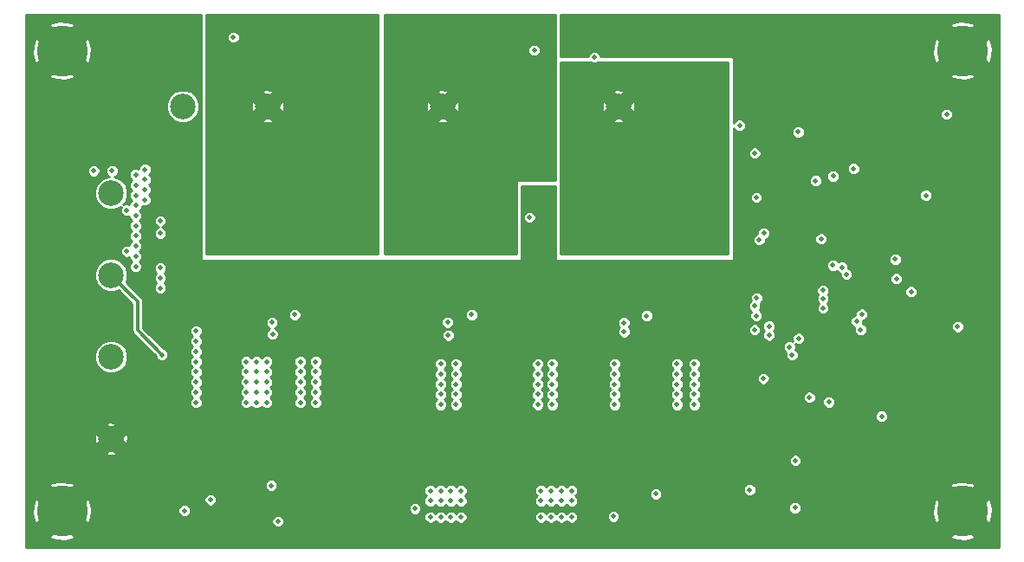
<source format=gbr>
G04 #@! TF.FileFunction,Copper,L2,Inr,Signal*
%FSLAX46Y46*%
G04 Gerber Fmt 4.6, Leading zero omitted, Abs format (unit mm)*
G04 Created by KiCad (PCBNEW 4.0.6) date 02/16/18 09:44:27*
%MOMM*%
%LPD*%
G01*
G04 APERTURE LIST*
%ADD10C,0.100000*%
%ADD11C,0.500000*%
%ADD12C,2.500000*%
%ADD13C,5.000000*%
%ADD14C,0.340000*%
%ADD15C,0.254000*%
G04 APERTURE END LIST*
D10*
D11*
X120000000Y-107400000D03*
X120000000Y-106400000D03*
X120000000Y-105400000D03*
X120000000Y-104400000D03*
X120000000Y-103400000D03*
X119000000Y-107400000D03*
X119000000Y-107400000D03*
X119000000Y-106400000D03*
X119000000Y-105400000D03*
X119000000Y-104400000D03*
X119000000Y-103400000D03*
X118000000Y-107400000D03*
X118000000Y-106400000D03*
X118000000Y-105400000D03*
X118000000Y-104400000D03*
X118000000Y-103400000D03*
X106300000Y-88600000D03*
X106300000Y-92600000D03*
X107200000Y-94100000D03*
X108100000Y-87600000D03*
X108100000Y-86600000D03*
X108100000Y-84600000D03*
X108100000Y-85600000D03*
X175600000Y-111600000D03*
X176800000Y-106000000D03*
X171000000Y-104800000D03*
X174460000Y-85150000D03*
X171310000Y-86410000D03*
X169550000Y-96700000D03*
X174530000Y-95690000D03*
X183400000Y-99100000D03*
X181500000Y-104300000D03*
X158100000Y-118100000D03*
X128700000Y-115900000D03*
X161000000Y-112200000D03*
X161000000Y-111200000D03*
X160100000Y-112700000D03*
X160100000Y-111700000D03*
X160100000Y-110700000D03*
X154800000Y-112200000D03*
X154800000Y-111200000D03*
X154000000Y-112700000D03*
X154000000Y-111700000D03*
X154000000Y-110700000D03*
X137800000Y-113700000D03*
X137800000Y-112700000D03*
X137800000Y-111700000D03*
X137800000Y-110700000D03*
X125700000Y-113700000D03*
X125700000Y-112700000D03*
X125700000Y-111700000D03*
X125700000Y-110700000D03*
X118700000Y-113200000D03*
X118700000Y-112200000D03*
X118700000Y-111200000D03*
X117800000Y-113700000D03*
X117800000Y-112700000D03*
X117800000Y-111700000D03*
X117800000Y-110700000D03*
X112600000Y-113200000D03*
X112600000Y-112200000D03*
X112600000Y-111200000D03*
X113500000Y-113700000D03*
X113500000Y-112700000D03*
X113500000Y-111700000D03*
X113500000Y-110700000D03*
X121900000Y-115500000D03*
X114500000Y-116900000D03*
X108700000Y-119500000D03*
X156680000Y-99570000D03*
X139800000Y-99600000D03*
X122700000Y-99800000D03*
X98800000Y-102500000D03*
X98800000Y-104500000D03*
X98800000Y-106500000D03*
X98800000Y-108500000D03*
X98800000Y-91240000D03*
X98800000Y-89440000D03*
X98800000Y-87640000D03*
X98800000Y-85840000D03*
X104900000Y-84740000D03*
X107200000Y-93100000D03*
X107200000Y-86140000D03*
X107200000Y-87140000D03*
X107200000Y-88140000D03*
X161800000Y-107600000D03*
X161800000Y-106600000D03*
X161800000Y-105600000D03*
X161800000Y-104600000D03*
X161800000Y-103600000D03*
X149800000Y-118600000D03*
X148800000Y-118600000D03*
X147800000Y-118600000D03*
X146800000Y-118600000D03*
X149800000Y-117000000D03*
X148800000Y-117000000D03*
X147800000Y-117000000D03*
X146800000Y-117000000D03*
X149800000Y-116000000D03*
X148800000Y-116000000D03*
X147800000Y-116000000D03*
X139000000Y-118600000D03*
X138000000Y-118600000D03*
X137000000Y-118600000D03*
X146800000Y-116000000D03*
X139000000Y-116000000D03*
X138000000Y-117000000D03*
X138000000Y-116000000D03*
X139000000Y-117000000D03*
X137000000Y-117000000D03*
X137000000Y-116000000D03*
X136000000Y-118600000D03*
X136000000Y-117000000D03*
X136000000Y-116000000D03*
X160100000Y-107600000D03*
X160100000Y-106600000D03*
X160100000Y-105600000D03*
X160100000Y-104600000D03*
X160100000Y-103600000D03*
X154000000Y-107600000D03*
X154000000Y-106600000D03*
X154000000Y-105600000D03*
X154000000Y-104600000D03*
X154000000Y-103600000D03*
X147900000Y-107600000D03*
X147900000Y-106600000D03*
X147900000Y-105600000D03*
X147900000Y-104600000D03*
X147900000Y-103600000D03*
X146500000Y-107600000D03*
X146500000Y-106600000D03*
X146500000Y-105600000D03*
X146500000Y-104600000D03*
X146500000Y-103600000D03*
X138500000Y-107600000D03*
X138500000Y-106600000D03*
X138500000Y-105600000D03*
X138500000Y-104600000D03*
X138500000Y-103600000D03*
X137000000Y-107600000D03*
X137000000Y-106600000D03*
X137000000Y-105600000D03*
X137000000Y-104600000D03*
X137000000Y-103600000D03*
X124800000Y-107400000D03*
X124800000Y-106400000D03*
X124800000Y-105400000D03*
X124800000Y-104400000D03*
X124800000Y-103400000D03*
X123300000Y-107400000D03*
X123300000Y-106400000D03*
X123300000Y-105400000D03*
X123300000Y-104400000D03*
X123300000Y-103400000D03*
X113100000Y-107400000D03*
X113100000Y-106400000D03*
X113100000Y-105400000D03*
X113100000Y-104400000D03*
X113100000Y-103400000D03*
X113100000Y-102400000D03*
X113100000Y-101400000D03*
X113100000Y-100400000D03*
X107200000Y-92100000D03*
X107200000Y-91100000D03*
X107200000Y-90100000D03*
X107200000Y-89100000D03*
X107200000Y-85100000D03*
X103100000Y-84740000D03*
X109600000Y-96200000D03*
X109600000Y-95200000D03*
X109600000Y-94240000D03*
X109600000Y-90840000D03*
X109600000Y-89640000D03*
X114500000Y-98000000D03*
X114500000Y-97000000D03*
X114500000Y-96000000D03*
X114500000Y-95000000D03*
X114500000Y-94000000D03*
X132000000Y-97800000D03*
X132000000Y-96800000D03*
X132000000Y-95800000D03*
X132000000Y-94800000D03*
X132000000Y-93800000D03*
X149200000Y-97800000D03*
X149200000Y-96800000D03*
X149200000Y-95800000D03*
X149200000Y-94800000D03*
X149200000Y-93800000D03*
X147000000Y-86700000D03*
X149700000Y-72400000D03*
X125000000Y-90340000D03*
X125000000Y-89360000D03*
X125000000Y-88380000D03*
X125000000Y-87400000D03*
X125000000Y-86420000D03*
X125000000Y-85440000D03*
X125000000Y-84460000D03*
X125000000Y-83480000D03*
X125000000Y-82500000D03*
X124020000Y-90340000D03*
X124020000Y-89360000D03*
X124020000Y-88380000D03*
X124020000Y-87400000D03*
X124020000Y-86420000D03*
X124020000Y-85440000D03*
X124020000Y-84460000D03*
X124020000Y-83480000D03*
X124020000Y-82500000D03*
X123040000Y-90340000D03*
X123040000Y-89360000D03*
X123040000Y-88380000D03*
X123040000Y-87400000D03*
X123040000Y-86420000D03*
X123040000Y-85440000D03*
X123040000Y-84460000D03*
X123040000Y-83480000D03*
X123040000Y-82500000D03*
X122060000Y-90340000D03*
X122060000Y-89360000D03*
X122060000Y-88380000D03*
X122060000Y-87400000D03*
X122060000Y-86420000D03*
X122060000Y-85440000D03*
X122060000Y-84460000D03*
X122060000Y-83480000D03*
X122060000Y-82500000D03*
X121080000Y-90340000D03*
X121080000Y-89360000D03*
X121080000Y-88380000D03*
X121080000Y-87400000D03*
X121080000Y-86420000D03*
X121080000Y-85440000D03*
X121080000Y-84460000D03*
X121080000Y-83480000D03*
X121080000Y-82500000D03*
X120100000Y-90340000D03*
X120100000Y-89360000D03*
X120100000Y-88380000D03*
X120100000Y-87400000D03*
X120100000Y-86420000D03*
X120100000Y-85440000D03*
X120100000Y-84460000D03*
X120100000Y-83480000D03*
X120100000Y-82500000D03*
X119120000Y-90340000D03*
X119120000Y-89360000D03*
X119120000Y-88380000D03*
X119120000Y-87400000D03*
X119120000Y-86420000D03*
X119120000Y-85440000D03*
X119120000Y-84460000D03*
X119120000Y-83480000D03*
X119120000Y-82500000D03*
X118140000Y-90340000D03*
X118140000Y-89360000D03*
X118140000Y-88380000D03*
X118140000Y-87400000D03*
X118140000Y-86420000D03*
X118140000Y-85440000D03*
X118140000Y-84460000D03*
X118140000Y-83480000D03*
X118140000Y-82500000D03*
X117160000Y-90340000D03*
X117160000Y-89360000D03*
X117160000Y-88380000D03*
X117160000Y-87400000D03*
X117160000Y-86420000D03*
X117160000Y-85440000D03*
X117160000Y-84460000D03*
X117160000Y-83480000D03*
X117160000Y-82500000D03*
X116180000Y-90340000D03*
X116180000Y-89360000D03*
X116180000Y-88380000D03*
X116180000Y-87400000D03*
X116180000Y-86420000D03*
X116180000Y-85440000D03*
X116180000Y-84460000D03*
X116180000Y-83480000D03*
X116180000Y-82500000D03*
X115200000Y-90340000D03*
X115200000Y-89360000D03*
X115200000Y-88380000D03*
X115200000Y-87400000D03*
X115200000Y-86420000D03*
X115200000Y-85440000D03*
X115200000Y-84460000D03*
X115200000Y-83480000D03*
X115200000Y-82500000D03*
X149500000Y-82500000D03*
X142100000Y-90340000D03*
X142100000Y-89360000D03*
X142100000Y-88380000D03*
X142100000Y-87400000D03*
X142100000Y-86420000D03*
X142100000Y-85440000D03*
X142100000Y-84460000D03*
X142100000Y-83480000D03*
X142100000Y-82500000D03*
X141120000Y-90340000D03*
X141120000Y-89360000D03*
X141120000Y-88380000D03*
X141120000Y-87400000D03*
X141120000Y-86420000D03*
X141120000Y-85440000D03*
X141120000Y-84460000D03*
X141120000Y-83480000D03*
X141120000Y-82500000D03*
X140140000Y-90340000D03*
X140140000Y-89360000D03*
X140140000Y-88380000D03*
X140140000Y-87400000D03*
X140140000Y-86420000D03*
X140140000Y-85440000D03*
X140140000Y-84460000D03*
X140140000Y-83480000D03*
X140140000Y-82500000D03*
X139160000Y-90340000D03*
X139160000Y-89360000D03*
X139160000Y-88380000D03*
X139160000Y-87400000D03*
X139160000Y-86420000D03*
X139160000Y-85440000D03*
X139160000Y-84460000D03*
X139160000Y-83480000D03*
X139160000Y-82500000D03*
X138180000Y-90340000D03*
X138180000Y-89360000D03*
X138180000Y-88380000D03*
X138180000Y-87400000D03*
X138180000Y-86420000D03*
X138180000Y-85440000D03*
X138180000Y-84460000D03*
X138180000Y-83480000D03*
X138180000Y-82500000D03*
X137200000Y-90340000D03*
X137200000Y-89360000D03*
X137200000Y-88380000D03*
X137200000Y-87400000D03*
X137200000Y-86420000D03*
X137200000Y-85440000D03*
X137200000Y-84460000D03*
X137200000Y-83480000D03*
X137200000Y-82500000D03*
X136220000Y-90340000D03*
X136220000Y-89360000D03*
X136220000Y-88380000D03*
X136220000Y-87400000D03*
X136220000Y-86420000D03*
X136220000Y-85440000D03*
X136220000Y-84460000D03*
X136220000Y-83480000D03*
X136220000Y-82500000D03*
X135240000Y-90340000D03*
X135240000Y-89360000D03*
X135240000Y-88380000D03*
X135240000Y-87400000D03*
X135240000Y-86420000D03*
X135240000Y-85440000D03*
X135240000Y-84460000D03*
X135240000Y-83480000D03*
X135240000Y-82500000D03*
X134260000Y-90340000D03*
X134260000Y-89360000D03*
X134260000Y-88380000D03*
X134260000Y-87400000D03*
X134260000Y-86420000D03*
X134260000Y-85440000D03*
X134260000Y-84460000D03*
X134260000Y-83480000D03*
X134260000Y-82500000D03*
X133280000Y-90340000D03*
X133280000Y-89360000D03*
X133280000Y-88380000D03*
X133280000Y-87400000D03*
X133280000Y-86420000D03*
X133280000Y-85440000D03*
X133280000Y-84460000D03*
X133280000Y-83480000D03*
X133280000Y-82500000D03*
X132300000Y-90340000D03*
X132300000Y-89360000D03*
X132300000Y-88380000D03*
X132300000Y-87400000D03*
X132300000Y-86420000D03*
X132300000Y-85440000D03*
X132300000Y-84460000D03*
X132300000Y-83480000D03*
X132300000Y-82500000D03*
X159300000Y-90340000D03*
X159300000Y-89360000D03*
X159300000Y-88380000D03*
X159300000Y-87400000D03*
X159300000Y-86420000D03*
X159300000Y-85440000D03*
X159300000Y-84460000D03*
X159300000Y-83480000D03*
X159300000Y-82500000D03*
X158320000Y-90340000D03*
X158320000Y-89360000D03*
X158320000Y-88380000D03*
X158320000Y-87400000D03*
X158320000Y-86420000D03*
X158320000Y-85440000D03*
X158320000Y-84460000D03*
X158320000Y-83480000D03*
X158320000Y-82500000D03*
X157340000Y-90340000D03*
X157340000Y-89360000D03*
X157340000Y-88380000D03*
X157340000Y-87400000D03*
X157340000Y-86420000D03*
X157340000Y-85440000D03*
X157340000Y-84460000D03*
X157340000Y-83480000D03*
X157340000Y-82500000D03*
X156360000Y-90340000D03*
X156360000Y-89360000D03*
X156360000Y-88380000D03*
X156360000Y-87400000D03*
X156360000Y-86420000D03*
X156360000Y-85440000D03*
X156360000Y-84460000D03*
X156360000Y-83480000D03*
X156360000Y-82500000D03*
X155380000Y-90340000D03*
X155380000Y-89360000D03*
X155380000Y-88380000D03*
X155380000Y-87400000D03*
X155380000Y-86420000D03*
X155380000Y-85440000D03*
X155380000Y-84460000D03*
X155380000Y-83480000D03*
X155380000Y-82500000D03*
X154400000Y-90340000D03*
X154400000Y-89360000D03*
X154400000Y-88380000D03*
X154400000Y-87400000D03*
X154400000Y-86420000D03*
X154400000Y-85440000D03*
X154400000Y-84460000D03*
X154400000Y-83480000D03*
X154400000Y-82500000D03*
X153420000Y-90340000D03*
X153420000Y-89360000D03*
X153420000Y-88380000D03*
X153420000Y-87400000D03*
X153420000Y-86420000D03*
X153420000Y-85440000D03*
X153420000Y-84460000D03*
X153420000Y-83480000D03*
X153420000Y-82500000D03*
X152440000Y-90340000D03*
X152440000Y-89360000D03*
X152440000Y-88380000D03*
X152440000Y-87400000D03*
X152440000Y-86420000D03*
X152440000Y-85440000D03*
X152440000Y-84460000D03*
X152440000Y-83480000D03*
X152440000Y-82500000D03*
X151460000Y-90340000D03*
X151460000Y-89360000D03*
X151460000Y-88380000D03*
X151460000Y-87400000D03*
X151460000Y-86420000D03*
X151460000Y-85440000D03*
X151460000Y-84460000D03*
X151460000Y-83480000D03*
X151460000Y-82500000D03*
X150480000Y-90340000D03*
X150480000Y-89360000D03*
X150480000Y-88380000D03*
X150480000Y-87400000D03*
X150480000Y-86420000D03*
X150480000Y-85440000D03*
X150480000Y-84460000D03*
X150480000Y-83480000D03*
X150500000Y-82500000D03*
X149500000Y-90340000D03*
X149500000Y-89360000D03*
X149500000Y-88380000D03*
X149500000Y-87400000D03*
X149500000Y-86420000D03*
X149500000Y-85440000D03*
X149500000Y-84460000D03*
X149500000Y-83480000D03*
D12*
X111800000Y-78430000D03*
X104800000Y-86930000D03*
X104800000Y-102930000D03*
X104800000Y-94930000D03*
X104800000Y-110930000D03*
X120100000Y-78430000D03*
X137200000Y-78430000D03*
X154400000Y-78430000D03*
D13*
X100000000Y-118000000D03*
X188000000Y-118000000D03*
X188000000Y-73000000D03*
X100000000Y-73000000D03*
D11*
X167200000Y-115930000D03*
X174940000Y-107340000D03*
X167860000Y-87340000D03*
X182980000Y-96550000D03*
X184430000Y-87140000D03*
X120440000Y-115500000D03*
X111960000Y-117960000D03*
X171660000Y-113070000D03*
X171630000Y-117680000D03*
X173040000Y-106880000D03*
X180100000Y-108740000D03*
X174370000Y-97210000D03*
X158030000Y-116330000D03*
X121110000Y-119000000D03*
X153880000Y-118520000D03*
X116740000Y-71670000D03*
X167700000Y-83010000D03*
X168130000Y-91480000D03*
X146140000Y-72950000D03*
X175340000Y-93970000D03*
X168540000Y-105050000D03*
X176240000Y-94160000D03*
X171940000Y-80940000D03*
X166210000Y-80300000D03*
X152020000Y-73620000D03*
X145690000Y-89280000D03*
X181430000Y-93380000D03*
X168580000Y-90830000D03*
X175360000Y-85260000D03*
X174180000Y-91390000D03*
X174360000Y-96430000D03*
X173650000Y-85710000D03*
X134490000Y-117760000D03*
X174370000Y-98170000D03*
X120570000Y-100710000D03*
X171350000Y-102730000D03*
X171100000Y-101960000D03*
X120530000Y-99560000D03*
X171980000Y-101130000D03*
X137750000Y-100820000D03*
X154940000Y-100480000D03*
X167690000Y-100280000D03*
X178050000Y-100260000D03*
X178160000Y-98760000D03*
X186440000Y-79210000D03*
X177650000Y-99460000D03*
X177360000Y-84520000D03*
X169100000Y-99920000D03*
X154910000Y-99590000D03*
X181540000Y-95280000D03*
X137680000Y-99550000D03*
X169100000Y-100810000D03*
X176660000Y-94850000D03*
X122740000Y-98810000D03*
X167890000Y-97160000D03*
X167680000Y-97960000D03*
X187530000Y-99970000D03*
X140030000Y-98800000D03*
X157140000Y-98910000D03*
X167840000Y-98900000D03*
X109750000Y-102710000D03*
D14*
X107370000Y-97500000D02*
X104800000Y-94930000D01*
X107370000Y-100330000D02*
X107370000Y-97500000D01*
X109750000Y-102710000D02*
X107370000Y-100330000D01*
D15*
G36*
X130873000Y-92873000D02*
X114127000Y-92873000D01*
X114127000Y-79886197D01*
X119527687Y-79886197D01*
X119702426Y-80040528D01*
X120349012Y-80070079D01*
X120497574Y-80040528D01*
X120672313Y-79886197D01*
X120100000Y-79313883D01*
X119527687Y-79886197D01*
X114127000Y-79886197D01*
X114127000Y-78679012D01*
X118459921Y-78679012D01*
X118489472Y-78827574D01*
X118643803Y-79002313D01*
X119216117Y-78430000D01*
X120983883Y-78430000D01*
X121556197Y-79002313D01*
X121710528Y-78827574D01*
X121740079Y-78180988D01*
X121710528Y-78032426D01*
X121556197Y-77857687D01*
X120983883Y-78430000D01*
X119216117Y-78430000D01*
X118643803Y-77857687D01*
X118489472Y-78032426D01*
X118459921Y-78679012D01*
X114127000Y-78679012D01*
X114127000Y-76973803D01*
X119527687Y-76973803D01*
X120100000Y-77546117D01*
X120672313Y-76973803D01*
X120497574Y-76819472D01*
X119850988Y-76789921D01*
X119702426Y-76819472D01*
X119527687Y-76973803D01*
X114127000Y-76973803D01*
X114127000Y-71794171D01*
X116112891Y-71794171D01*
X116208145Y-72024703D01*
X116384369Y-72201235D01*
X116614735Y-72296891D01*
X116864171Y-72297109D01*
X117094703Y-72201855D01*
X117271235Y-72025631D01*
X117366891Y-71795265D01*
X117367109Y-71545829D01*
X117271855Y-71315297D01*
X117095631Y-71138765D01*
X116865265Y-71043109D01*
X116615829Y-71042891D01*
X116385297Y-71138145D01*
X116208765Y-71314369D01*
X116113109Y-71544735D01*
X116112891Y-71794171D01*
X114127000Y-71794171D01*
X114127000Y-69452000D01*
X130873000Y-69452000D01*
X130873000Y-92873000D01*
X130873000Y-92873000D01*
G37*
X130873000Y-92873000D02*
X114127000Y-92873000D01*
X114127000Y-79886197D01*
X119527687Y-79886197D01*
X119702426Y-80040528D01*
X120349012Y-80070079D01*
X120497574Y-80040528D01*
X120672313Y-79886197D01*
X120100000Y-79313883D01*
X119527687Y-79886197D01*
X114127000Y-79886197D01*
X114127000Y-78679012D01*
X118459921Y-78679012D01*
X118489472Y-78827574D01*
X118643803Y-79002313D01*
X119216117Y-78430000D01*
X120983883Y-78430000D01*
X121556197Y-79002313D01*
X121710528Y-78827574D01*
X121740079Y-78180988D01*
X121710528Y-78032426D01*
X121556197Y-77857687D01*
X120983883Y-78430000D01*
X119216117Y-78430000D01*
X118643803Y-77857687D01*
X118489472Y-78032426D01*
X118459921Y-78679012D01*
X114127000Y-78679012D01*
X114127000Y-76973803D01*
X119527687Y-76973803D01*
X120100000Y-77546117D01*
X120672313Y-76973803D01*
X120497574Y-76819472D01*
X119850988Y-76789921D01*
X119702426Y-76819472D01*
X119527687Y-76973803D01*
X114127000Y-76973803D01*
X114127000Y-71794171D01*
X116112891Y-71794171D01*
X116208145Y-72024703D01*
X116384369Y-72201235D01*
X116614735Y-72296891D01*
X116864171Y-72297109D01*
X117094703Y-72201855D01*
X117271235Y-72025631D01*
X117366891Y-71795265D01*
X117367109Y-71545829D01*
X117271855Y-71315297D01*
X117095631Y-71138765D01*
X116865265Y-71043109D01*
X116615829Y-71042891D01*
X116385297Y-71138145D01*
X116208765Y-71314369D01*
X116113109Y-71544735D01*
X116112891Y-71794171D01*
X114127000Y-71794171D01*
X114127000Y-69452000D01*
X130873000Y-69452000D01*
X130873000Y-92873000D01*
G36*
X148173000Y-85673000D02*
X144500000Y-85673000D01*
X144450590Y-85683006D01*
X144408965Y-85711447D01*
X144381685Y-85753841D01*
X144373000Y-85800000D01*
X144373000Y-92873000D01*
X131527000Y-92873000D01*
X131527000Y-79886197D01*
X136627687Y-79886197D01*
X136802426Y-80040528D01*
X137449012Y-80070079D01*
X137597574Y-80040528D01*
X137772313Y-79886197D01*
X137200000Y-79313883D01*
X136627687Y-79886197D01*
X131527000Y-79886197D01*
X131527000Y-78679012D01*
X135559921Y-78679012D01*
X135589472Y-78827574D01*
X135743803Y-79002313D01*
X136316117Y-78430000D01*
X138083883Y-78430000D01*
X138656197Y-79002313D01*
X138810528Y-78827574D01*
X138840079Y-78180988D01*
X138810528Y-78032426D01*
X138656197Y-77857687D01*
X138083883Y-78430000D01*
X136316117Y-78430000D01*
X135743803Y-77857687D01*
X135589472Y-78032426D01*
X135559921Y-78679012D01*
X131527000Y-78679012D01*
X131527000Y-76973803D01*
X136627687Y-76973803D01*
X137200000Y-77546117D01*
X137772313Y-76973803D01*
X137597574Y-76819472D01*
X136950988Y-76789921D01*
X136802426Y-76819472D01*
X136627687Y-76973803D01*
X131527000Y-76973803D01*
X131527000Y-73074171D01*
X145512891Y-73074171D01*
X145608145Y-73304703D01*
X145784369Y-73481235D01*
X146014735Y-73576891D01*
X146264171Y-73577109D01*
X146494703Y-73481855D01*
X146671235Y-73305631D01*
X146766891Y-73075265D01*
X146767109Y-72825829D01*
X146671855Y-72595297D01*
X146495631Y-72418765D01*
X146265265Y-72323109D01*
X146015829Y-72322891D01*
X145785297Y-72418145D01*
X145608765Y-72594369D01*
X145513109Y-72824735D01*
X145512891Y-73074171D01*
X131527000Y-73074171D01*
X131527000Y-69452000D01*
X148173000Y-69452000D01*
X148173000Y-85673000D01*
X148173000Y-85673000D01*
G37*
X148173000Y-85673000D02*
X144500000Y-85673000D01*
X144450590Y-85683006D01*
X144408965Y-85711447D01*
X144381685Y-85753841D01*
X144373000Y-85800000D01*
X144373000Y-92873000D01*
X131527000Y-92873000D01*
X131527000Y-79886197D01*
X136627687Y-79886197D01*
X136802426Y-80040528D01*
X137449012Y-80070079D01*
X137597574Y-80040528D01*
X137772313Y-79886197D01*
X137200000Y-79313883D01*
X136627687Y-79886197D01*
X131527000Y-79886197D01*
X131527000Y-78679012D01*
X135559921Y-78679012D01*
X135589472Y-78827574D01*
X135743803Y-79002313D01*
X136316117Y-78430000D01*
X138083883Y-78430000D01*
X138656197Y-79002313D01*
X138810528Y-78827574D01*
X138840079Y-78180988D01*
X138810528Y-78032426D01*
X138656197Y-77857687D01*
X138083883Y-78430000D01*
X136316117Y-78430000D01*
X135743803Y-77857687D01*
X135589472Y-78032426D01*
X135559921Y-78679012D01*
X131527000Y-78679012D01*
X131527000Y-76973803D01*
X136627687Y-76973803D01*
X137200000Y-77546117D01*
X137772313Y-76973803D01*
X137597574Y-76819472D01*
X136950988Y-76789921D01*
X136802426Y-76819472D01*
X136627687Y-76973803D01*
X131527000Y-76973803D01*
X131527000Y-73074171D01*
X145512891Y-73074171D01*
X145608145Y-73304703D01*
X145784369Y-73481235D01*
X146014735Y-73576891D01*
X146264171Y-73577109D01*
X146494703Y-73481855D01*
X146671235Y-73305631D01*
X146766891Y-73075265D01*
X146767109Y-72825829D01*
X146671855Y-72595297D01*
X146495631Y-72418765D01*
X146265265Y-72323109D01*
X146015829Y-72322891D01*
X145785297Y-72418145D01*
X145608765Y-72594369D01*
X145513109Y-72824735D01*
X145512891Y-73074171D01*
X131527000Y-73074171D01*
X131527000Y-69452000D01*
X148173000Y-69452000D01*
X148173000Y-85673000D01*
G36*
X151664369Y-74151235D02*
X151894735Y-74246891D01*
X152144171Y-74247109D01*
X152374703Y-74151855D01*
X152399601Y-74127000D01*
X165073000Y-74127000D01*
X165073000Y-92873000D01*
X148727000Y-92873000D01*
X148727000Y-79886197D01*
X153827687Y-79886197D01*
X154002426Y-80040528D01*
X154649012Y-80070079D01*
X154797574Y-80040528D01*
X154972313Y-79886197D01*
X154400000Y-79313883D01*
X153827687Y-79886197D01*
X148727000Y-79886197D01*
X148727000Y-78679012D01*
X152759921Y-78679012D01*
X152789472Y-78827574D01*
X152943803Y-79002313D01*
X153516117Y-78430000D01*
X155283883Y-78430000D01*
X155856197Y-79002313D01*
X156010528Y-78827574D01*
X156040079Y-78180988D01*
X156010528Y-78032426D01*
X155856197Y-77857687D01*
X155283883Y-78430000D01*
X153516117Y-78430000D01*
X152943803Y-77857687D01*
X152789472Y-78032426D01*
X152759921Y-78679012D01*
X148727000Y-78679012D01*
X148727000Y-76973803D01*
X153827687Y-76973803D01*
X154400000Y-77546117D01*
X154972313Y-76973803D01*
X154797574Y-76819472D01*
X154150988Y-76789921D01*
X154002426Y-76819472D01*
X153827687Y-76973803D01*
X148727000Y-76973803D01*
X148727000Y-74127000D01*
X151640176Y-74127000D01*
X151664369Y-74151235D01*
X151664369Y-74151235D01*
G37*
X151664369Y-74151235D02*
X151894735Y-74246891D01*
X152144171Y-74247109D01*
X152374703Y-74151855D01*
X152399601Y-74127000D01*
X165073000Y-74127000D01*
X165073000Y-92873000D01*
X148727000Y-92873000D01*
X148727000Y-79886197D01*
X153827687Y-79886197D01*
X154002426Y-80040528D01*
X154649012Y-80070079D01*
X154797574Y-80040528D01*
X154972313Y-79886197D01*
X154400000Y-79313883D01*
X153827687Y-79886197D01*
X148727000Y-79886197D01*
X148727000Y-78679012D01*
X152759921Y-78679012D01*
X152789472Y-78827574D01*
X152943803Y-79002313D01*
X153516117Y-78430000D01*
X155283883Y-78430000D01*
X155856197Y-79002313D01*
X156010528Y-78827574D01*
X156040079Y-78180988D01*
X156010528Y-78032426D01*
X155856197Y-77857687D01*
X155283883Y-78430000D01*
X153516117Y-78430000D01*
X152943803Y-77857687D01*
X152789472Y-78032426D01*
X152759921Y-78679012D01*
X148727000Y-78679012D01*
X148727000Y-76973803D01*
X153827687Y-76973803D01*
X154400000Y-77546117D01*
X154972313Y-76973803D01*
X154797574Y-76819472D01*
X154150988Y-76789921D01*
X154002426Y-76819472D01*
X153827687Y-76973803D01*
X148727000Y-76973803D01*
X148727000Y-74127000D01*
X151640176Y-74127000D01*
X151664369Y-74151235D01*
G36*
X113573000Y-93400000D02*
X113583006Y-93449410D01*
X113611447Y-93491035D01*
X113653841Y-93518315D01*
X113700000Y-93527000D01*
X144800000Y-93527000D01*
X144849410Y-93516994D01*
X144891035Y-93488553D01*
X144918315Y-93446159D01*
X144927000Y-93400000D01*
X144927000Y-89404171D01*
X145062891Y-89404171D01*
X145158145Y-89634703D01*
X145334369Y-89811235D01*
X145564735Y-89906891D01*
X145814171Y-89907109D01*
X146044703Y-89811855D01*
X146221235Y-89635631D01*
X146316891Y-89405265D01*
X146317109Y-89155829D01*
X146221855Y-88925297D01*
X146045631Y-88748765D01*
X145815265Y-88653109D01*
X145565829Y-88652891D01*
X145335297Y-88748145D01*
X145158765Y-88924369D01*
X145063109Y-89154735D01*
X145062891Y-89404171D01*
X144927000Y-89404171D01*
X144927000Y-86227000D01*
X148173000Y-86227000D01*
X148173000Y-93400000D01*
X148183006Y-93449410D01*
X148211447Y-93491035D01*
X148253841Y-93518315D01*
X148300000Y-93527000D01*
X165500000Y-93527000D01*
X165549410Y-93516994D01*
X165591035Y-93488553D01*
X165618315Y-93446159D01*
X165627000Y-93400000D01*
X165627000Y-91604171D01*
X167502891Y-91604171D01*
X167598145Y-91834703D01*
X167774369Y-92011235D01*
X168004735Y-92106891D01*
X168254171Y-92107109D01*
X168484703Y-92011855D01*
X168661235Y-91835631D01*
X168756891Y-91605265D01*
X168756970Y-91514171D01*
X173552891Y-91514171D01*
X173648145Y-91744703D01*
X173824369Y-91921235D01*
X174054735Y-92016891D01*
X174304171Y-92017109D01*
X174534703Y-91921855D01*
X174711235Y-91745631D01*
X174806891Y-91515265D01*
X174807109Y-91265829D01*
X174711855Y-91035297D01*
X174535631Y-90858765D01*
X174305265Y-90763109D01*
X174055829Y-90762891D01*
X173825297Y-90858145D01*
X173648765Y-91034369D01*
X173553109Y-91264735D01*
X173552891Y-91514171D01*
X168756970Y-91514171D01*
X168757040Y-91435264D01*
X168934703Y-91361855D01*
X169111235Y-91185631D01*
X169206891Y-90955265D01*
X169207109Y-90705829D01*
X169111855Y-90475297D01*
X168935631Y-90298765D01*
X168705265Y-90203109D01*
X168455829Y-90202891D01*
X168225297Y-90298145D01*
X168048765Y-90474369D01*
X167953109Y-90704735D01*
X167952960Y-90874736D01*
X167775297Y-90948145D01*
X167598765Y-91124369D01*
X167503109Y-91354735D01*
X167502891Y-91604171D01*
X165627000Y-91604171D01*
X165627000Y-87464171D01*
X167232891Y-87464171D01*
X167328145Y-87694703D01*
X167504369Y-87871235D01*
X167734735Y-87966891D01*
X167984171Y-87967109D01*
X168214703Y-87871855D01*
X168391235Y-87695631D01*
X168486891Y-87465265D01*
X168487066Y-87264171D01*
X183802891Y-87264171D01*
X183898145Y-87494703D01*
X184074369Y-87671235D01*
X184304735Y-87766891D01*
X184554171Y-87767109D01*
X184784703Y-87671855D01*
X184961235Y-87495631D01*
X185056891Y-87265265D01*
X185057109Y-87015829D01*
X184961855Y-86785297D01*
X184785631Y-86608765D01*
X184555265Y-86513109D01*
X184305829Y-86512891D01*
X184075297Y-86608145D01*
X183898765Y-86784369D01*
X183803109Y-87014735D01*
X183802891Y-87264171D01*
X168487066Y-87264171D01*
X168487109Y-87215829D01*
X168391855Y-86985297D01*
X168215631Y-86808765D01*
X167985265Y-86713109D01*
X167735829Y-86712891D01*
X167505297Y-86808145D01*
X167328765Y-86984369D01*
X167233109Y-87214735D01*
X167232891Y-87464171D01*
X165627000Y-87464171D01*
X165627000Y-85834171D01*
X173022891Y-85834171D01*
X173118145Y-86064703D01*
X173294369Y-86241235D01*
X173524735Y-86336891D01*
X173774171Y-86337109D01*
X174004703Y-86241855D01*
X174181235Y-86065631D01*
X174276891Y-85835265D01*
X174277109Y-85585829D01*
X174193786Y-85384171D01*
X174732891Y-85384171D01*
X174828145Y-85614703D01*
X175004369Y-85791235D01*
X175234735Y-85886891D01*
X175484171Y-85887109D01*
X175714703Y-85791855D01*
X175891235Y-85615631D01*
X175986891Y-85385265D01*
X175987109Y-85135829D01*
X175891855Y-84905297D01*
X175715631Y-84728765D01*
X175511906Y-84644171D01*
X176732891Y-84644171D01*
X176828145Y-84874703D01*
X177004369Y-85051235D01*
X177234735Y-85146891D01*
X177484171Y-85147109D01*
X177714703Y-85051855D01*
X177891235Y-84875631D01*
X177986891Y-84645265D01*
X177987109Y-84395829D01*
X177891855Y-84165297D01*
X177715631Y-83988765D01*
X177485265Y-83893109D01*
X177235829Y-83892891D01*
X177005297Y-83988145D01*
X176828765Y-84164369D01*
X176733109Y-84394735D01*
X176732891Y-84644171D01*
X175511906Y-84644171D01*
X175485265Y-84633109D01*
X175235829Y-84632891D01*
X175005297Y-84728145D01*
X174828765Y-84904369D01*
X174733109Y-85134735D01*
X174732891Y-85384171D01*
X174193786Y-85384171D01*
X174181855Y-85355297D01*
X174005631Y-85178765D01*
X173775265Y-85083109D01*
X173525829Y-85082891D01*
X173295297Y-85178145D01*
X173118765Y-85354369D01*
X173023109Y-85584735D01*
X173022891Y-85834171D01*
X165627000Y-85834171D01*
X165627000Y-83134171D01*
X167072891Y-83134171D01*
X167168145Y-83364703D01*
X167344369Y-83541235D01*
X167574735Y-83636891D01*
X167824171Y-83637109D01*
X168054703Y-83541855D01*
X168231235Y-83365631D01*
X168326891Y-83135265D01*
X168327109Y-82885829D01*
X168231855Y-82655297D01*
X168055631Y-82478765D01*
X167825265Y-82383109D01*
X167575829Y-82382891D01*
X167345297Y-82478145D01*
X167168765Y-82654369D01*
X167073109Y-82884735D01*
X167072891Y-83134171D01*
X165627000Y-83134171D01*
X165627000Y-81064171D01*
X171312891Y-81064171D01*
X171408145Y-81294703D01*
X171584369Y-81471235D01*
X171814735Y-81566891D01*
X172064171Y-81567109D01*
X172294703Y-81471855D01*
X172471235Y-81295631D01*
X172566891Y-81065265D01*
X172567109Y-80815829D01*
X172471855Y-80585297D01*
X172295631Y-80408765D01*
X172065265Y-80313109D01*
X171815829Y-80312891D01*
X171585297Y-80408145D01*
X171408765Y-80584369D01*
X171313109Y-80814735D01*
X171312891Y-81064171D01*
X165627000Y-81064171D01*
X165627000Y-80530923D01*
X165678145Y-80654703D01*
X165854369Y-80831235D01*
X166084735Y-80926891D01*
X166334171Y-80927109D01*
X166564703Y-80831855D01*
X166741235Y-80655631D01*
X166836891Y-80425265D01*
X166837109Y-80175829D01*
X166741855Y-79945297D01*
X166565631Y-79768765D01*
X166335265Y-79673109D01*
X166085829Y-79672891D01*
X165855297Y-79768145D01*
X165678765Y-79944369D01*
X165627000Y-80069033D01*
X165627000Y-79334171D01*
X185812891Y-79334171D01*
X185908145Y-79564703D01*
X186084369Y-79741235D01*
X186314735Y-79836891D01*
X186564171Y-79837109D01*
X186794703Y-79741855D01*
X186971235Y-79565631D01*
X187066891Y-79335265D01*
X187067109Y-79085829D01*
X186971855Y-78855297D01*
X186795631Y-78678765D01*
X186565265Y-78583109D01*
X186315829Y-78582891D01*
X186085297Y-78678145D01*
X185908765Y-78854369D01*
X185813109Y-79084735D01*
X185812891Y-79334171D01*
X165627000Y-79334171D01*
X165627000Y-75527597D01*
X186707011Y-75527597D01*
X187060211Y-75778745D01*
X188195128Y-75926868D01*
X188939789Y-75778745D01*
X189292989Y-75527597D01*
X188000000Y-74234608D01*
X186707011Y-75527597D01*
X165627000Y-75527597D01*
X165627000Y-73700000D01*
X165616994Y-73650590D01*
X165588553Y-73608965D01*
X165546159Y-73581685D01*
X165500000Y-73573000D01*
X152647042Y-73573000D01*
X152647109Y-73495829D01*
X152551855Y-73265297D01*
X152481809Y-73195128D01*
X185073132Y-73195128D01*
X185221255Y-73939789D01*
X185472403Y-74292989D01*
X186765392Y-73000000D01*
X189234608Y-73000000D01*
X190527597Y-74292989D01*
X190778745Y-73939789D01*
X190926868Y-72804872D01*
X190778745Y-72060211D01*
X190527597Y-71707011D01*
X189234608Y-73000000D01*
X186765392Y-73000000D01*
X185472403Y-71707011D01*
X185221255Y-72060211D01*
X185073132Y-73195128D01*
X152481809Y-73195128D01*
X152375631Y-73088765D01*
X152145265Y-72993109D01*
X151895829Y-72992891D01*
X151665297Y-73088145D01*
X151488765Y-73264369D01*
X151393109Y-73494735D01*
X151393041Y-73573000D01*
X148727000Y-73573000D01*
X148727000Y-70472403D01*
X186707011Y-70472403D01*
X188000000Y-71765392D01*
X189292989Y-70472403D01*
X188939789Y-70221255D01*
X187804872Y-70073132D01*
X187060211Y-70221255D01*
X186707011Y-70472403D01*
X148727000Y-70472403D01*
X148727000Y-69452000D01*
X191548000Y-69452000D01*
X191548000Y-121548000D01*
X96452000Y-121548000D01*
X96452000Y-120527597D01*
X98707011Y-120527597D01*
X99060211Y-120778745D01*
X100195128Y-120926868D01*
X100939789Y-120778745D01*
X101292989Y-120527597D01*
X186707011Y-120527597D01*
X187060211Y-120778745D01*
X188195128Y-120926868D01*
X188939789Y-120778745D01*
X189292989Y-120527597D01*
X188000000Y-119234608D01*
X186707011Y-120527597D01*
X101292989Y-120527597D01*
X100000000Y-119234608D01*
X98707011Y-120527597D01*
X96452000Y-120527597D01*
X96452000Y-118195128D01*
X97073132Y-118195128D01*
X97221255Y-118939789D01*
X97472403Y-119292989D01*
X98765392Y-118000000D01*
X101234608Y-118000000D01*
X102527597Y-119292989D01*
X102647637Y-119124171D01*
X120482891Y-119124171D01*
X120578145Y-119354703D01*
X120754369Y-119531235D01*
X120984735Y-119626891D01*
X121234171Y-119627109D01*
X121464703Y-119531855D01*
X121641235Y-119355631D01*
X121736891Y-119125265D01*
X121737109Y-118875829D01*
X121674446Y-118724171D01*
X135372891Y-118724171D01*
X135468145Y-118954703D01*
X135644369Y-119131235D01*
X135874735Y-119226891D01*
X136124171Y-119227109D01*
X136354703Y-119131855D01*
X136500099Y-118986713D01*
X136644369Y-119131235D01*
X136874735Y-119226891D01*
X137124171Y-119227109D01*
X137354703Y-119131855D01*
X137500099Y-118986713D01*
X137644369Y-119131235D01*
X137874735Y-119226891D01*
X138124171Y-119227109D01*
X138354703Y-119131855D01*
X138500099Y-118986713D01*
X138644369Y-119131235D01*
X138874735Y-119226891D01*
X139124171Y-119227109D01*
X139354703Y-119131855D01*
X139531235Y-118955631D01*
X139626891Y-118725265D01*
X139626891Y-118724171D01*
X146172891Y-118724171D01*
X146268145Y-118954703D01*
X146444369Y-119131235D01*
X146674735Y-119226891D01*
X146924171Y-119227109D01*
X147154703Y-119131855D01*
X147300099Y-118986713D01*
X147444369Y-119131235D01*
X147674735Y-119226891D01*
X147924171Y-119227109D01*
X148154703Y-119131855D01*
X148300099Y-118986713D01*
X148444369Y-119131235D01*
X148674735Y-119226891D01*
X148924171Y-119227109D01*
X149154703Y-119131855D01*
X149300099Y-118986713D01*
X149444369Y-119131235D01*
X149674735Y-119226891D01*
X149924171Y-119227109D01*
X150154703Y-119131855D01*
X150331235Y-118955631D01*
X150426891Y-118725265D01*
X150426961Y-118644171D01*
X153252891Y-118644171D01*
X153348145Y-118874703D01*
X153524369Y-119051235D01*
X153754735Y-119146891D01*
X154004171Y-119147109D01*
X154234703Y-119051855D01*
X154411235Y-118875631D01*
X154506891Y-118645265D01*
X154507109Y-118395829D01*
X154411855Y-118165297D01*
X154235631Y-117988765D01*
X154005265Y-117893109D01*
X153755829Y-117892891D01*
X153525297Y-117988145D01*
X153348765Y-118164369D01*
X153253109Y-118394735D01*
X153252891Y-118644171D01*
X150426961Y-118644171D01*
X150427109Y-118475829D01*
X150331855Y-118245297D01*
X150155631Y-118068765D01*
X149925265Y-117973109D01*
X149675829Y-117972891D01*
X149445297Y-118068145D01*
X149299901Y-118213287D01*
X149155631Y-118068765D01*
X148925265Y-117973109D01*
X148675829Y-117972891D01*
X148445297Y-118068145D01*
X148299901Y-118213287D01*
X148155631Y-118068765D01*
X147925265Y-117973109D01*
X147675829Y-117972891D01*
X147445297Y-118068145D01*
X147299901Y-118213287D01*
X147155631Y-118068765D01*
X146925265Y-117973109D01*
X146675829Y-117972891D01*
X146445297Y-118068145D01*
X146268765Y-118244369D01*
X146173109Y-118474735D01*
X146172891Y-118724171D01*
X139626891Y-118724171D01*
X139627109Y-118475829D01*
X139531855Y-118245297D01*
X139355631Y-118068765D01*
X139125265Y-117973109D01*
X138875829Y-117972891D01*
X138645297Y-118068145D01*
X138499901Y-118213287D01*
X138355631Y-118068765D01*
X138125265Y-117973109D01*
X137875829Y-117972891D01*
X137645297Y-118068145D01*
X137499901Y-118213287D01*
X137355631Y-118068765D01*
X137125265Y-117973109D01*
X136875829Y-117972891D01*
X136645297Y-118068145D01*
X136499901Y-118213287D01*
X136355631Y-118068765D01*
X136125265Y-117973109D01*
X135875829Y-117972891D01*
X135645297Y-118068145D01*
X135468765Y-118244369D01*
X135373109Y-118474735D01*
X135372891Y-118724171D01*
X121674446Y-118724171D01*
X121641855Y-118645297D01*
X121465631Y-118468765D01*
X121235265Y-118373109D01*
X120985829Y-118372891D01*
X120755297Y-118468145D01*
X120578765Y-118644369D01*
X120483109Y-118874735D01*
X120482891Y-119124171D01*
X102647637Y-119124171D01*
X102778745Y-118939789D01*
X102890415Y-118084171D01*
X111332891Y-118084171D01*
X111428145Y-118314703D01*
X111604369Y-118491235D01*
X111834735Y-118586891D01*
X112084171Y-118587109D01*
X112314703Y-118491855D01*
X112491235Y-118315631D01*
X112586891Y-118085265D01*
X112587066Y-117884171D01*
X133862891Y-117884171D01*
X133958145Y-118114703D01*
X134134369Y-118291235D01*
X134364735Y-118386891D01*
X134614171Y-118387109D01*
X134844703Y-118291855D01*
X135021235Y-118115631D01*
X135116891Y-117885265D01*
X135116961Y-117804171D01*
X171002891Y-117804171D01*
X171098145Y-118034703D01*
X171274369Y-118211235D01*
X171504735Y-118306891D01*
X171754171Y-118307109D01*
X171984703Y-118211855D01*
X172001459Y-118195128D01*
X185073132Y-118195128D01*
X185221255Y-118939789D01*
X185472403Y-119292989D01*
X186765392Y-118000000D01*
X189234608Y-118000000D01*
X190527597Y-119292989D01*
X190778745Y-118939789D01*
X190926868Y-117804872D01*
X190778745Y-117060211D01*
X190527597Y-116707011D01*
X189234608Y-118000000D01*
X186765392Y-118000000D01*
X185472403Y-116707011D01*
X185221255Y-117060211D01*
X185073132Y-118195128D01*
X172001459Y-118195128D01*
X172161235Y-118035631D01*
X172256891Y-117805265D01*
X172257109Y-117555829D01*
X172161855Y-117325297D01*
X171985631Y-117148765D01*
X171755265Y-117053109D01*
X171505829Y-117052891D01*
X171275297Y-117148145D01*
X171098765Y-117324369D01*
X171003109Y-117554735D01*
X171002891Y-117804171D01*
X135116961Y-117804171D01*
X135117109Y-117635829D01*
X135021855Y-117405297D01*
X134845631Y-117228765D01*
X134615265Y-117133109D01*
X134365829Y-117132891D01*
X134135297Y-117228145D01*
X133958765Y-117404369D01*
X133863109Y-117634735D01*
X133862891Y-117884171D01*
X112587066Y-117884171D01*
X112587109Y-117835829D01*
X112491855Y-117605297D01*
X112315631Y-117428765D01*
X112085265Y-117333109D01*
X111835829Y-117332891D01*
X111605297Y-117428145D01*
X111428765Y-117604369D01*
X111333109Y-117834735D01*
X111332891Y-118084171D01*
X102890415Y-118084171D01*
X102926868Y-117804872D01*
X102778745Y-117060211D01*
X102753119Y-117024171D01*
X113872891Y-117024171D01*
X113968145Y-117254703D01*
X114144369Y-117431235D01*
X114374735Y-117526891D01*
X114624171Y-117527109D01*
X114854703Y-117431855D01*
X115031235Y-117255631D01*
X115126891Y-117025265D01*
X115127109Y-116775829D01*
X115031855Y-116545297D01*
X114855631Y-116368765D01*
X114625265Y-116273109D01*
X114375829Y-116272891D01*
X114145297Y-116368145D01*
X113968765Y-116544369D01*
X113873109Y-116774735D01*
X113872891Y-117024171D01*
X102753119Y-117024171D01*
X102527597Y-116707011D01*
X101234608Y-118000000D01*
X98765392Y-118000000D01*
X97472403Y-116707011D01*
X97221255Y-117060211D01*
X97073132Y-118195128D01*
X96452000Y-118195128D01*
X96452000Y-115472403D01*
X98707011Y-115472403D01*
X100000000Y-116765392D01*
X101141221Y-115624171D01*
X119812891Y-115624171D01*
X119908145Y-115854703D01*
X120084369Y-116031235D01*
X120314735Y-116126891D01*
X120564171Y-116127109D01*
X120571281Y-116124171D01*
X135372891Y-116124171D01*
X135468145Y-116354703D01*
X135613287Y-116500099D01*
X135468765Y-116644369D01*
X135373109Y-116874735D01*
X135372891Y-117124171D01*
X135468145Y-117354703D01*
X135644369Y-117531235D01*
X135874735Y-117626891D01*
X136124171Y-117627109D01*
X136354703Y-117531855D01*
X136500099Y-117386713D01*
X136644369Y-117531235D01*
X136874735Y-117626891D01*
X137124171Y-117627109D01*
X137354703Y-117531855D01*
X137500099Y-117386713D01*
X137644369Y-117531235D01*
X137874735Y-117626891D01*
X138124171Y-117627109D01*
X138354703Y-117531855D01*
X138500099Y-117386713D01*
X138644369Y-117531235D01*
X138874735Y-117626891D01*
X139124171Y-117627109D01*
X139354703Y-117531855D01*
X139531235Y-117355631D01*
X139626891Y-117125265D01*
X139627109Y-116875829D01*
X139531855Y-116645297D01*
X139386713Y-116499901D01*
X139531235Y-116355631D01*
X139626891Y-116125265D01*
X139626891Y-116124171D01*
X146172891Y-116124171D01*
X146268145Y-116354703D01*
X146413287Y-116500099D01*
X146268765Y-116644369D01*
X146173109Y-116874735D01*
X146172891Y-117124171D01*
X146268145Y-117354703D01*
X146444369Y-117531235D01*
X146674735Y-117626891D01*
X146924171Y-117627109D01*
X147154703Y-117531855D01*
X147300099Y-117386713D01*
X147444369Y-117531235D01*
X147674735Y-117626891D01*
X147924171Y-117627109D01*
X148154703Y-117531855D01*
X148300099Y-117386713D01*
X148444369Y-117531235D01*
X148674735Y-117626891D01*
X148924171Y-117627109D01*
X149154703Y-117531855D01*
X149300099Y-117386713D01*
X149444369Y-117531235D01*
X149674735Y-117626891D01*
X149924171Y-117627109D01*
X150154703Y-117531855D01*
X150331235Y-117355631D01*
X150426891Y-117125265D01*
X150427109Y-116875829D01*
X150331855Y-116645297D01*
X150186713Y-116499901D01*
X150232522Y-116454171D01*
X157402891Y-116454171D01*
X157498145Y-116684703D01*
X157674369Y-116861235D01*
X157904735Y-116956891D01*
X158154171Y-116957109D01*
X158384703Y-116861855D01*
X158561235Y-116685631D01*
X158656891Y-116455265D01*
X158657109Y-116205829D01*
X158594446Y-116054171D01*
X166572891Y-116054171D01*
X166668145Y-116284703D01*
X166844369Y-116461235D01*
X167074735Y-116556891D01*
X167324171Y-116557109D01*
X167554703Y-116461855D01*
X167731235Y-116285631D01*
X167826891Y-116055265D01*
X167827109Y-115805829D01*
X167731855Y-115575297D01*
X167629141Y-115472403D01*
X186707011Y-115472403D01*
X188000000Y-116765392D01*
X189292989Y-115472403D01*
X188939789Y-115221255D01*
X187804872Y-115073132D01*
X187060211Y-115221255D01*
X186707011Y-115472403D01*
X167629141Y-115472403D01*
X167555631Y-115398765D01*
X167325265Y-115303109D01*
X167075829Y-115302891D01*
X166845297Y-115398145D01*
X166668765Y-115574369D01*
X166573109Y-115804735D01*
X166572891Y-116054171D01*
X158594446Y-116054171D01*
X158561855Y-115975297D01*
X158385631Y-115798765D01*
X158155265Y-115703109D01*
X157905829Y-115702891D01*
X157675297Y-115798145D01*
X157498765Y-115974369D01*
X157403109Y-116204735D01*
X157402891Y-116454171D01*
X150232522Y-116454171D01*
X150331235Y-116355631D01*
X150426891Y-116125265D01*
X150427109Y-115875829D01*
X150331855Y-115645297D01*
X150155631Y-115468765D01*
X149925265Y-115373109D01*
X149675829Y-115372891D01*
X149445297Y-115468145D01*
X149299901Y-115613287D01*
X149155631Y-115468765D01*
X148925265Y-115373109D01*
X148675829Y-115372891D01*
X148445297Y-115468145D01*
X148299901Y-115613287D01*
X148155631Y-115468765D01*
X147925265Y-115373109D01*
X147675829Y-115372891D01*
X147445297Y-115468145D01*
X147299901Y-115613287D01*
X147155631Y-115468765D01*
X146925265Y-115373109D01*
X146675829Y-115372891D01*
X146445297Y-115468145D01*
X146268765Y-115644369D01*
X146173109Y-115874735D01*
X146172891Y-116124171D01*
X139626891Y-116124171D01*
X139627109Y-115875829D01*
X139531855Y-115645297D01*
X139355631Y-115468765D01*
X139125265Y-115373109D01*
X138875829Y-115372891D01*
X138645297Y-115468145D01*
X138499901Y-115613287D01*
X138355631Y-115468765D01*
X138125265Y-115373109D01*
X137875829Y-115372891D01*
X137645297Y-115468145D01*
X137499901Y-115613287D01*
X137355631Y-115468765D01*
X137125265Y-115373109D01*
X136875829Y-115372891D01*
X136645297Y-115468145D01*
X136499901Y-115613287D01*
X136355631Y-115468765D01*
X136125265Y-115373109D01*
X135875829Y-115372891D01*
X135645297Y-115468145D01*
X135468765Y-115644369D01*
X135373109Y-115874735D01*
X135372891Y-116124171D01*
X120571281Y-116124171D01*
X120794703Y-116031855D01*
X120971235Y-115855631D01*
X121066891Y-115625265D01*
X121067109Y-115375829D01*
X120971855Y-115145297D01*
X120795631Y-114968765D01*
X120565265Y-114873109D01*
X120315829Y-114872891D01*
X120085297Y-114968145D01*
X119908765Y-115144369D01*
X119813109Y-115374735D01*
X119812891Y-115624171D01*
X101141221Y-115624171D01*
X101292989Y-115472403D01*
X100939789Y-115221255D01*
X99804872Y-115073132D01*
X99060211Y-115221255D01*
X98707011Y-115472403D01*
X96452000Y-115472403D01*
X96452000Y-113194171D01*
X171032891Y-113194171D01*
X171128145Y-113424703D01*
X171304369Y-113601235D01*
X171534735Y-113696891D01*
X171784171Y-113697109D01*
X172014703Y-113601855D01*
X172191235Y-113425631D01*
X172286891Y-113195265D01*
X172287109Y-112945829D01*
X172191855Y-112715297D01*
X172015631Y-112538765D01*
X171785265Y-112443109D01*
X171535829Y-112442891D01*
X171305297Y-112538145D01*
X171128765Y-112714369D01*
X171033109Y-112944735D01*
X171032891Y-113194171D01*
X96452000Y-113194171D01*
X96452000Y-112386197D01*
X104227687Y-112386197D01*
X104402426Y-112540528D01*
X105049012Y-112570079D01*
X105197574Y-112540528D01*
X105372313Y-112386197D01*
X104800000Y-111813883D01*
X104227687Y-112386197D01*
X96452000Y-112386197D01*
X96452000Y-111179012D01*
X103159921Y-111179012D01*
X103189472Y-111327574D01*
X103343803Y-111502313D01*
X103916117Y-110930000D01*
X105683883Y-110930000D01*
X106256197Y-111502313D01*
X106410528Y-111327574D01*
X106440079Y-110680988D01*
X106410528Y-110532426D01*
X106256197Y-110357687D01*
X105683883Y-110930000D01*
X103916117Y-110930000D01*
X103343803Y-110357687D01*
X103189472Y-110532426D01*
X103159921Y-111179012D01*
X96452000Y-111179012D01*
X96452000Y-109473803D01*
X104227687Y-109473803D01*
X104800000Y-110046117D01*
X105372313Y-109473803D01*
X105197574Y-109319472D01*
X104550988Y-109289921D01*
X104402426Y-109319472D01*
X104227687Y-109473803D01*
X96452000Y-109473803D01*
X96452000Y-108864171D01*
X179472891Y-108864171D01*
X179568145Y-109094703D01*
X179744369Y-109271235D01*
X179974735Y-109366891D01*
X180224171Y-109367109D01*
X180454703Y-109271855D01*
X180631235Y-109095631D01*
X180726891Y-108865265D01*
X180727109Y-108615829D01*
X180631855Y-108385297D01*
X180455631Y-108208765D01*
X180225265Y-108113109D01*
X179975829Y-108112891D01*
X179745297Y-108208145D01*
X179568765Y-108384369D01*
X179473109Y-108614735D01*
X179472891Y-108864171D01*
X96452000Y-108864171D01*
X96452000Y-103252211D01*
X103172718Y-103252211D01*
X103419892Y-103850418D01*
X103877175Y-104308499D01*
X104474950Y-104556717D01*
X105122211Y-104557282D01*
X105720418Y-104310108D01*
X106178499Y-103852825D01*
X106426717Y-103255050D01*
X106427282Y-102607789D01*
X106180108Y-102009582D01*
X105722825Y-101551501D01*
X105125050Y-101303283D01*
X104477789Y-101302718D01*
X103879582Y-101549892D01*
X103421501Y-102007175D01*
X103173283Y-102604950D01*
X103172718Y-103252211D01*
X96452000Y-103252211D01*
X96452000Y-95252211D01*
X103172718Y-95252211D01*
X103419892Y-95850418D01*
X103877175Y-96308499D01*
X104474950Y-96556717D01*
X105122211Y-96557282D01*
X105498308Y-96401882D01*
X106823000Y-97726575D01*
X106823000Y-100330000D01*
X106857061Y-100501235D01*
X106864638Y-100539328D01*
X106983213Y-100716787D01*
X109138590Y-102872165D01*
X109218145Y-103064703D01*
X109394369Y-103241235D01*
X109624735Y-103336891D01*
X109874171Y-103337109D01*
X110104703Y-103241855D01*
X110281235Y-103065631D01*
X110376891Y-102835265D01*
X110377109Y-102585829D01*
X110281855Y-102355297D01*
X110105631Y-102178765D01*
X109911893Y-102098318D01*
X108337746Y-100524171D01*
X112472891Y-100524171D01*
X112568145Y-100754703D01*
X112713287Y-100900099D01*
X112568765Y-101044369D01*
X112473109Y-101274735D01*
X112472891Y-101524171D01*
X112568145Y-101754703D01*
X112713287Y-101900099D01*
X112568765Y-102044369D01*
X112473109Y-102274735D01*
X112472891Y-102524171D01*
X112568145Y-102754703D01*
X112713287Y-102900099D01*
X112568765Y-103044369D01*
X112473109Y-103274735D01*
X112472891Y-103524171D01*
X112568145Y-103754703D01*
X112713287Y-103900099D01*
X112568765Y-104044369D01*
X112473109Y-104274735D01*
X112472891Y-104524171D01*
X112568145Y-104754703D01*
X112713287Y-104900099D01*
X112568765Y-105044369D01*
X112473109Y-105274735D01*
X112472891Y-105524171D01*
X112568145Y-105754703D01*
X112713287Y-105900099D01*
X112568765Y-106044369D01*
X112473109Y-106274735D01*
X112472891Y-106524171D01*
X112568145Y-106754703D01*
X112713287Y-106900099D01*
X112568765Y-107044369D01*
X112473109Y-107274735D01*
X112472891Y-107524171D01*
X112568145Y-107754703D01*
X112744369Y-107931235D01*
X112974735Y-108026891D01*
X113224171Y-108027109D01*
X113454703Y-107931855D01*
X113631235Y-107755631D01*
X113726891Y-107525265D01*
X113727109Y-107275829D01*
X113631855Y-107045297D01*
X113486713Y-106899901D01*
X113631235Y-106755631D01*
X113726891Y-106525265D01*
X113727109Y-106275829D01*
X113631855Y-106045297D01*
X113486713Y-105899901D01*
X113631235Y-105755631D01*
X113726891Y-105525265D01*
X113727109Y-105275829D01*
X113631855Y-105045297D01*
X113486713Y-104899901D01*
X113631235Y-104755631D01*
X113726891Y-104525265D01*
X113727109Y-104275829D01*
X113631855Y-104045297D01*
X113486713Y-103899901D01*
X113631235Y-103755631D01*
X113726891Y-103525265D01*
X113726891Y-103524171D01*
X117372891Y-103524171D01*
X117468145Y-103754703D01*
X117613287Y-103900099D01*
X117468765Y-104044369D01*
X117373109Y-104274735D01*
X117372891Y-104524171D01*
X117468145Y-104754703D01*
X117613287Y-104900099D01*
X117468765Y-105044369D01*
X117373109Y-105274735D01*
X117372891Y-105524171D01*
X117468145Y-105754703D01*
X117613287Y-105900099D01*
X117468765Y-106044369D01*
X117373109Y-106274735D01*
X117372891Y-106524171D01*
X117468145Y-106754703D01*
X117613287Y-106900099D01*
X117468765Y-107044369D01*
X117373109Y-107274735D01*
X117372891Y-107524171D01*
X117468145Y-107754703D01*
X117644369Y-107931235D01*
X117874735Y-108026891D01*
X118124171Y-108027109D01*
X118354703Y-107931855D01*
X118500099Y-107786713D01*
X118644369Y-107931235D01*
X118874735Y-108026891D01*
X119124171Y-108027109D01*
X119354703Y-107931855D01*
X119500099Y-107786713D01*
X119644369Y-107931235D01*
X119874735Y-108026891D01*
X120124171Y-108027109D01*
X120354703Y-107931855D01*
X120531235Y-107755631D01*
X120626891Y-107525265D01*
X120627109Y-107275829D01*
X120531855Y-107045297D01*
X120386713Y-106899901D01*
X120531235Y-106755631D01*
X120626891Y-106525265D01*
X120627109Y-106275829D01*
X120531855Y-106045297D01*
X120386713Y-105899901D01*
X120531235Y-105755631D01*
X120626891Y-105525265D01*
X120627109Y-105275829D01*
X120531855Y-105045297D01*
X120386713Y-104899901D01*
X120531235Y-104755631D01*
X120626891Y-104525265D01*
X120627109Y-104275829D01*
X120531855Y-104045297D01*
X120386713Y-103899901D01*
X120531235Y-103755631D01*
X120626891Y-103525265D01*
X120626891Y-103524171D01*
X122672891Y-103524171D01*
X122768145Y-103754703D01*
X122913287Y-103900099D01*
X122768765Y-104044369D01*
X122673109Y-104274735D01*
X122672891Y-104524171D01*
X122768145Y-104754703D01*
X122913287Y-104900099D01*
X122768765Y-105044369D01*
X122673109Y-105274735D01*
X122672891Y-105524171D01*
X122768145Y-105754703D01*
X122913287Y-105900099D01*
X122768765Y-106044369D01*
X122673109Y-106274735D01*
X122672891Y-106524171D01*
X122768145Y-106754703D01*
X122913287Y-106900099D01*
X122768765Y-107044369D01*
X122673109Y-107274735D01*
X122672891Y-107524171D01*
X122768145Y-107754703D01*
X122944369Y-107931235D01*
X123174735Y-108026891D01*
X123424171Y-108027109D01*
X123654703Y-107931855D01*
X123831235Y-107755631D01*
X123926891Y-107525265D01*
X123927109Y-107275829D01*
X123831855Y-107045297D01*
X123686713Y-106899901D01*
X123831235Y-106755631D01*
X123926891Y-106525265D01*
X123927109Y-106275829D01*
X123831855Y-106045297D01*
X123686713Y-105899901D01*
X123831235Y-105755631D01*
X123926891Y-105525265D01*
X123927109Y-105275829D01*
X123831855Y-105045297D01*
X123686713Y-104899901D01*
X123831235Y-104755631D01*
X123926891Y-104525265D01*
X123927109Y-104275829D01*
X123831855Y-104045297D01*
X123686713Y-103899901D01*
X123831235Y-103755631D01*
X123926891Y-103525265D01*
X123926891Y-103524171D01*
X124172891Y-103524171D01*
X124268145Y-103754703D01*
X124413287Y-103900099D01*
X124268765Y-104044369D01*
X124173109Y-104274735D01*
X124172891Y-104524171D01*
X124268145Y-104754703D01*
X124413287Y-104900099D01*
X124268765Y-105044369D01*
X124173109Y-105274735D01*
X124172891Y-105524171D01*
X124268145Y-105754703D01*
X124413287Y-105900099D01*
X124268765Y-106044369D01*
X124173109Y-106274735D01*
X124172891Y-106524171D01*
X124268145Y-106754703D01*
X124413287Y-106900099D01*
X124268765Y-107044369D01*
X124173109Y-107274735D01*
X124172891Y-107524171D01*
X124268145Y-107754703D01*
X124444369Y-107931235D01*
X124674735Y-108026891D01*
X124924171Y-108027109D01*
X125154703Y-107931855D01*
X125331235Y-107755631D01*
X125426891Y-107525265D01*
X125427109Y-107275829D01*
X125331855Y-107045297D01*
X125186713Y-106899901D01*
X125331235Y-106755631D01*
X125426891Y-106525265D01*
X125427109Y-106275829D01*
X125331855Y-106045297D01*
X125186713Y-105899901D01*
X125331235Y-105755631D01*
X125426891Y-105525265D01*
X125427109Y-105275829D01*
X125331855Y-105045297D01*
X125186713Y-104899901D01*
X125331235Y-104755631D01*
X125426891Y-104525265D01*
X125427109Y-104275829D01*
X125331855Y-104045297D01*
X125186713Y-103899901D01*
X125331235Y-103755631D01*
X125344298Y-103724171D01*
X136372891Y-103724171D01*
X136468145Y-103954703D01*
X136613287Y-104100099D01*
X136468765Y-104244369D01*
X136373109Y-104474735D01*
X136372891Y-104724171D01*
X136468145Y-104954703D01*
X136613287Y-105100099D01*
X136468765Y-105244369D01*
X136373109Y-105474735D01*
X136372891Y-105724171D01*
X136468145Y-105954703D01*
X136613287Y-106100099D01*
X136468765Y-106244369D01*
X136373109Y-106474735D01*
X136372891Y-106724171D01*
X136468145Y-106954703D01*
X136613287Y-107100099D01*
X136468765Y-107244369D01*
X136373109Y-107474735D01*
X136372891Y-107724171D01*
X136468145Y-107954703D01*
X136644369Y-108131235D01*
X136874735Y-108226891D01*
X137124171Y-108227109D01*
X137354703Y-108131855D01*
X137531235Y-107955631D01*
X137626891Y-107725265D01*
X137627109Y-107475829D01*
X137531855Y-107245297D01*
X137386713Y-107099901D01*
X137531235Y-106955631D01*
X137626891Y-106725265D01*
X137627109Y-106475829D01*
X137531855Y-106245297D01*
X137386713Y-106099901D01*
X137531235Y-105955631D01*
X137626891Y-105725265D01*
X137627109Y-105475829D01*
X137531855Y-105245297D01*
X137386713Y-105099901D01*
X137531235Y-104955631D01*
X137626891Y-104725265D01*
X137627109Y-104475829D01*
X137531855Y-104245297D01*
X137386713Y-104099901D01*
X137531235Y-103955631D01*
X137626891Y-103725265D01*
X137626891Y-103724171D01*
X137872891Y-103724171D01*
X137968145Y-103954703D01*
X138113287Y-104100099D01*
X137968765Y-104244369D01*
X137873109Y-104474735D01*
X137872891Y-104724171D01*
X137968145Y-104954703D01*
X138113287Y-105100099D01*
X137968765Y-105244369D01*
X137873109Y-105474735D01*
X137872891Y-105724171D01*
X137968145Y-105954703D01*
X138113287Y-106100099D01*
X137968765Y-106244369D01*
X137873109Y-106474735D01*
X137872891Y-106724171D01*
X137968145Y-106954703D01*
X138113287Y-107100099D01*
X137968765Y-107244369D01*
X137873109Y-107474735D01*
X137872891Y-107724171D01*
X137968145Y-107954703D01*
X138144369Y-108131235D01*
X138374735Y-108226891D01*
X138624171Y-108227109D01*
X138854703Y-108131855D01*
X139031235Y-107955631D01*
X139126891Y-107725265D01*
X139127109Y-107475829D01*
X139031855Y-107245297D01*
X138886713Y-107099901D01*
X139031235Y-106955631D01*
X139126891Y-106725265D01*
X139127109Y-106475829D01*
X139031855Y-106245297D01*
X138886713Y-106099901D01*
X139031235Y-105955631D01*
X139126891Y-105725265D01*
X139127109Y-105475829D01*
X139031855Y-105245297D01*
X138886713Y-105099901D01*
X139031235Y-104955631D01*
X139126891Y-104725265D01*
X139127109Y-104475829D01*
X139031855Y-104245297D01*
X138886713Y-104099901D01*
X139031235Y-103955631D01*
X139126891Y-103725265D01*
X139126891Y-103724171D01*
X145872891Y-103724171D01*
X145968145Y-103954703D01*
X146113287Y-104100099D01*
X145968765Y-104244369D01*
X145873109Y-104474735D01*
X145872891Y-104724171D01*
X145968145Y-104954703D01*
X146113287Y-105100099D01*
X145968765Y-105244369D01*
X145873109Y-105474735D01*
X145872891Y-105724171D01*
X145968145Y-105954703D01*
X146113287Y-106100099D01*
X145968765Y-106244369D01*
X145873109Y-106474735D01*
X145872891Y-106724171D01*
X145968145Y-106954703D01*
X146113287Y-107100099D01*
X145968765Y-107244369D01*
X145873109Y-107474735D01*
X145872891Y-107724171D01*
X145968145Y-107954703D01*
X146144369Y-108131235D01*
X146374735Y-108226891D01*
X146624171Y-108227109D01*
X146854703Y-108131855D01*
X147031235Y-107955631D01*
X147126891Y-107725265D01*
X147127109Y-107475829D01*
X147031855Y-107245297D01*
X146886713Y-107099901D01*
X147031235Y-106955631D01*
X147126891Y-106725265D01*
X147127109Y-106475829D01*
X147031855Y-106245297D01*
X146886713Y-106099901D01*
X147031235Y-105955631D01*
X147126891Y-105725265D01*
X147127109Y-105475829D01*
X147031855Y-105245297D01*
X146886713Y-105099901D01*
X147031235Y-104955631D01*
X147126891Y-104725265D01*
X147127109Y-104475829D01*
X147031855Y-104245297D01*
X146886713Y-104099901D01*
X147031235Y-103955631D01*
X147126891Y-103725265D01*
X147126891Y-103724171D01*
X147272891Y-103724171D01*
X147368145Y-103954703D01*
X147513287Y-104100099D01*
X147368765Y-104244369D01*
X147273109Y-104474735D01*
X147272891Y-104724171D01*
X147368145Y-104954703D01*
X147513287Y-105100099D01*
X147368765Y-105244369D01*
X147273109Y-105474735D01*
X147272891Y-105724171D01*
X147368145Y-105954703D01*
X147513287Y-106100099D01*
X147368765Y-106244369D01*
X147273109Y-106474735D01*
X147272891Y-106724171D01*
X147368145Y-106954703D01*
X147513287Y-107100099D01*
X147368765Y-107244369D01*
X147273109Y-107474735D01*
X147272891Y-107724171D01*
X147368145Y-107954703D01*
X147544369Y-108131235D01*
X147774735Y-108226891D01*
X148024171Y-108227109D01*
X148254703Y-108131855D01*
X148431235Y-107955631D01*
X148526891Y-107725265D01*
X148527109Y-107475829D01*
X148431855Y-107245297D01*
X148286713Y-107099901D01*
X148431235Y-106955631D01*
X148526891Y-106725265D01*
X148527109Y-106475829D01*
X148431855Y-106245297D01*
X148286713Y-106099901D01*
X148431235Y-105955631D01*
X148526891Y-105725265D01*
X148527109Y-105475829D01*
X148431855Y-105245297D01*
X148286713Y-105099901D01*
X148431235Y-104955631D01*
X148526891Y-104725265D01*
X148527109Y-104475829D01*
X148431855Y-104245297D01*
X148286713Y-104099901D01*
X148431235Y-103955631D01*
X148526891Y-103725265D01*
X148526891Y-103724171D01*
X153372891Y-103724171D01*
X153468145Y-103954703D01*
X153613287Y-104100099D01*
X153468765Y-104244369D01*
X153373109Y-104474735D01*
X153372891Y-104724171D01*
X153468145Y-104954703D01*
X153613287Y-105100099D01*
X153468765Y-105244369D01*
X153373109Y-105474735D01*
X153372891Y-105724171D01*
X153468145Y-105954703D01*
X153613287Y-106100099D01*
X153468765Y-106244369D01*
X153373109Y-106474735D01*
X153372891Y-106724171D01*
X153468145Y-106954703D01*
X153613287Y-107100099D01*
X153468765Y-107244369D01*
X153373109Y-107474735D01*
X153372891Y-107724171D01*
X153468145Y-107954703D01*
X153644369Y-108131235D01*
X153874735Y-108226891D01*
X154124171Y-108227109D01*
X154354703Y-108131855D01*
X154531235Y-107955631D01*
X154626891Y-107725265D01*
X154627109Y-107475829D01*
X154531855Y-107245297D01*
X154386713Y-107099901D01*
X154531235Y-106955631D01*
X154626891Y-106725265D01*
X154627109Y-106475829D01*
X154531855Y-106245297D01*
X154386713Y-106099901D01*
X154531235Y-105955631D01*
X154626891Y-105725265D01*
X154627109Y-105475829D01*
X154531855Y-105245297D01*
X154386713Y-105099901D01*
X154531235Y-104955631D01*
X154626891Y-104725265D01*
X154627109Y-104475829D01*
X154531855Y-104245297D01*
X154386713Y-104099901D01*
X154531235Y-103955631D01*
X154626891Y-103725265D01*
X154626891Y-103724171D01*
X159472891Y-103724171D01*
X159568145Y-103954703D01*
X159713287Y-104100099D01*
X159568765Y-104244369D01*
X159473109Y-104474735D01*
X159472891Y-104724171D01*
X159568145Y-104954703D01*
X159713287Y-105100099D01*
X159568765Y-105244369D01*
X159473109Y-105474735D01*
X159472891Y-105724171D01*
X159568145Y-105954703D01*
X159713287Y-106100099D01*
X159568765Y-106244369D01*
X159473109Y-106474735D01*
X159472891Y-106724171D01*
X159568145Y-106954703D01*
X159713287Y-107100099D01*
X159568765Y-107244369D01*
X159473109Y-107474735D01*
X159472891Y-107724171D01*
X159568145Y-107954703D01*
X159744369Y-108131235D01*
X159974735Y-108226891D01*
X160224171Y-108227109D01*
X160454703Y-108131855D01*
X160631235Y-107955631D01*
X160726891Y-107725265D01*
X160727109Y-107475829D01*
X160631855Y-107245297D01*
X160486713Y-107099901D01*
X160631235Y-106955631D01*
X160726891Y-106725265D01*
X160727109Y-106475829D01*
X160631855Y-106245297D01*
X160486713Y-106099901D01*
X160631235Y-105955631D01*
X160726891Y-105725265D01*
X160727109Y-105475829D01*
X160631855Y-105245297D01*
X160486713Y-105099901D01*
X160631235Y-104955631D01*
X160726891Y-104725265D01*
X160727109Y-104475829D01*
X160631855Y-104245297D01*
X160486713Y-104099901D01*
X160631235Y-103955631D01*
X160726891Y-103725265D01*
X160726891Y-103724171D01*
X161172891Y-103724171D01*
X161268145Y-103954703D01*
X161413287Y-104100099D01*
X161268765Y-104244369D01*
X161173109Y-104474735D01*
X161172891Y-104724171D01*
X161268145Y-104954703D01*
X161413287Y-105100099D01*
X161268765Y-105244369D01*
X161173109Y-105474735D01*
X161172891Y-105724171D01*
X161268145Y-105954703D01*
X161413287Y-106100099D01*
X161268765Y-106244369D01*
X161173109Y-106474735D01*
X161172891Y-106724171D01*
X161268145Y-106954703D01*
X161413287Y-107100099D01*
X161268765Y-107244369D01*
X161173109Y-107474735D01*
X161172891Y-107724171D01*
X161268145Y-107954703D01*
X161444369Y-108131235D01*
X161674735Y-108226891D01*
X161924171Y-108227109D01*
X162154703Y-108131855D01*
X162331235Y-107955631D01*
X162426891Y-107725265D01*
X162427109Y-107475829D01*
X162331855Y-107245297D01*
X162186713Y-107099901D01*
X162282610Y-107004171D01*
X172412891Y-107004171D01*
X172508145Y-107234703D01*
X172684369Y-107411235D01*
X172914735Y-107506891D01*
X173164171Y-107507109D01*
X173268088Y-107464171D01*
X174312891Y-107464171D01*
X174408145Y-107694703D01*
X174584369Y-107871235D01*
X174814735Y-107966891D01*
X175064171Y-107967109D01*
X175294703Y-107871855D01*
X175471235Y-107695631D01*
X175566891Y-107465265D01*
X175567109Y-107215829D01*
X175471855Y-106985297D01*
X175295631Y-106808765D01*
X175065265Y-106713109D01*
X174815829Y-106712891D01*
X174585297Y-106808145D01*
X174408765Y-106984369D01*
X174313109Y-107214735D01*
X174312891Y-107464171D01*
X173268088Y-107464171D01*
X173394703Y-107411855D01*
X173571235Y-107235631D01*
X173666891Y-107005265D01*
X173667109Y-106755829D01*
X173571855Y-106525297D01*
X173395631Y-106348765D01*
X173165265Y-106253109D01*
X172915829Y-106252891D01*
X172685297Y-106348145D01*
X172508765Y-106524369D01*
X172413109Y-106754735D01*
X172412891Y-107004171D01*
X162282610Y-107004171D01*
X162331235Y-106955631D01*
X162426891Y-106725265D01*
X162427109Y-106475829D01*
X162331855Y-106245297D01*
X162186713Y-106099901D01*
X162331235Y-105955631D01*
X162426891Y-105725265D01*
X162427109Y-105475829D01*
X162331855Y-105245297D01*
X162260854Y-105174171D01*
X167912891Y-105174171D01*
X168008145Y-105404703D01*
X168184369Y-105581235D01*
X168414735Y-105676891D01*
X168664171Y-105677109D01*
X168894703Y-105581855D01*
X169071235Y-105405631D01*
X169166891Y-105175265D01*
X169167109Y-104925829D01*
X169071855Y-104695297D01*
X168895631Y-104518765D01*
X168665265Y-104423109D01*
X168415829Y-104422891D01*
X168185297Y-104518145D01*
X168008765Y-104694369D01*
X167913109Y-104924735D01*
X167912891Y-105174171D01*
X162260854Y-105174171D01*
X162186713Y-105099901D01*
X162331235Y-104955631D01*
X162426891Y-104725265D01*
X162427109Y-104475829D01*
X162331855Y-104245297D01*
X162186713Y-104099901D01*
X162331235Y-103955631D01*
X162426891Y-103725265D01*
X162427109Y-103475829D01*
X162331855Y-103245297D01*
X162155631Y-103068765D01*
X161925265Y-102973109D01*
X161675829Y-102972891D01*
X161445297Y-103068145D01*
X161268765Y-103244369D01*
X161173109Y-103474735D01*
X161172891Y-103724171D01*
X160726891Y-103724171D01*
X160727109Y-103475829D01*
X160631855Y-103245297D01*
X160455631Y-103068765D01*
X160225265Y-102973109D01*
X159975829Y-102972891D01*
X159745297Y-103068145D01*
X159568765Y-103244369D01*
X159473109Y-103474735D01*
X159472891Y-103724171D01*
X154626891Y-103724171D01*
X154627109Y-103475829D01*
X154531855Y-103245297D01*
X154355631Y-103068765D01*
X154125265Y-102973109D01*
X153875829Y-102972891D01*
X153645297Y-103068145D01*
X153468765Y-103244369D01*
X153373109Y-103474735D01*
X153372891Y-103724171D01*
X148526891Y-103724171D01*
X148527109Y-103475829D01*
X148431855Y-103245297D01*
X148255631Y-103068765D01*
X148025265Y-102973109D01*
X147775829Y-102972891D01*
X147545297Y-103068145D01*
X147368765Y-103244369D01*
X147273109Y-103474735D01*
X147272891Y-103724171D01*
X147126891Y-103724171D01*
X147127109Y-103475829D01*
X147031855Y-103245297D01*
X146855631Y-103068765D01*
X146625265Y-102973109D01*
X146375829Y-102972891D01*
X146145297Y-103068145D01*
X145968765Y-103244369D01*
X145873109Y-103474735D01*
X145872891Y-103724171D01*
X139126891Y-103724171D01*
X139127109Y-103475829D01*
X139031855Y-103245297D01*
X138855631Y-103068765D01*
X138625265Y-102973109D01*
X138375829Y-102972891D01*
X138145297Y-103068145D01*
X137968765Y-103244369D01*
X137873109Y-103474735D01*
X137872891Y-103724171D01*
X137626891Y-103724171D01*
X137627109Y-103475829D01*
X137531855Y-103245297D01*
X137355631Y-103068765D01*
X137125265Y-102973109D01*
X136875829Y-102972891D01*
X136645297Y-103068145D01*
X136468765Y-103244369D01*
X136373109Y-103474735D01*
X136372891Y-103724171D01*
X125344298Y-103724171D01*
X125426891Y-103525265D01*
X125427109Y-103275829D01*
X125331855Y-103045297D01*
X125155631Y-102868765D01*
X124925265Y-102773109D01*
X124675829Y-102772891D01*
X124445297Y-102868145D01*
X124268765Y-103044369D01*
X124173109Y-103274735D01*
X124172891Y-103524171D01*
X123926891Y-103524171D01*
X123927109Y-103275829D01*
X123831855Y-103045297D01*
X123655631Y-102868765D01*
X123425265Y-102773109D01*
X123175829Y-102772891D01*
X122945297Y-102868145D01*
X122768765Y-103044369D01*
X122673109Y-103274735D01*
X122672891Y-103524171D01*
X120626891Y-103524171D01*
X120627109Y-103275829D01*
X120531855Y-103045297D01*
X120355631Y-102868765D01*
X120125265Y-102773109D01*
X119875829Y-102772891D01*
X119645297Y-102868145D01*
X119499901Y-103013287D01*
X119355631Y-102868765D01*
X119125265Y-102773109D01*
X118875829Y-102772891D01*
X118645297Y-102868145D01*
X118499901Y-103013287D01*
X118355631Y-102868765D01*
X118125265Y-102773109D01*
X117875829Y-102772891D01*
X117645297Y-102868145D01*
X117468765Y-103044369D01*
X117373109Y-103274735D01*
X117372891Y-103524171D01*
X113726891Y-103524171D01*
X113727109Y-103275829D01*
X113631855Y-103045297D01*
X113486713Y-102899901D01*
X113631235Y-102755631D01*
X113726891Y-102525265D01*
X113727109Y-102275829D01*
X113647918Y-102084171D01*
X170472891Y-102084171D01*
X170568145Y-102314703D01*
X170744369Y-102491235D01*
X170766434Y-102500397D01*
X170723109Y-102604735D01*
X170722891Y-102854171D01*
X170818145Y-103084703D01*
X170994369Y-103261235D01*
X171224735Y-103356891D01*
X171474171Y-103357109D01*
X171704703Y-103261855D01*
X171881235Y-103085631D01*
X171976891Y-102855265D01*
X171977109Y-102605829D01*
X171881855Y-102375297D01*
X171705631Y-102198765D01*
X171683566Y-102189603D01*
X171726891Y-102085265D01*
X171727109Y-101835829D01*
X171661305Y-101676572D01*
X171854735Y-101756891D01*
X172104171Y-101757109D01*
X172334703Y-101661855D01*
X172511235Y-101485631D01*
X172606891Y-101255265D01*
X172607109Y-101005829D01*
X172511855Y-100775297D01*
X172335631Y-100598765D01*
X172105265Y-100503109D01*
X171855829Y-100502891D01*
X171625297Y-100598145D01*
X171448765Y-100774369D01*
X171353109Y-101004735D01*
X171352891Y-101254171D01*
X171418695Y-101413428D01*
X171225265Y-101333109D01*
X170975829Y-101332891D01*
X170745297Y-101428145D01*
X170568765Y-101604369D01*
X170473109Y-101834735D01*
X170472891Y-102084171D01*
X113647918Y-102084171D01*
X113631855Y-102045297D01*
X113486713Y-101899901D01*
X113631235Y-101755631D01*
X113726891Y-101525265D01*
X113727109Y-101275829D01*
X113631855Y-101045297D01*
X113486713Y-100899901D01*
X113631235Y-100755631D01*
X113726891Y-100525265D01*
X113727109Y-100275829D01*
X113631855Y-100045297D01*
X113455631Y-99868765D01*
X113225265Y-99773109D01*
X112975829Y-99772891D01*
X112745297Y-99868145D01*
X112568765Y-100044369D01*
X112473109Y-100274735D01*
X112472891Y-100524171D01*
X108337746Y-100524171D01*
X107917000Y-100103426D01*
X107917000Y-99684171D01*
X119902891Y-99684171D01*
X119998145Y-99914703D01*
X120174369Y-100091235D01*
X120299692Y-100143274D01*
X120215297Y-100178145D01*
X120038765Y-100354369D01*
X119943109Y-100584735D01*
X119942891Y-100834171D01*
X120038145Y-101064703D01*
X120214369Y-101241235D01*
X120444735Y-101336891D01*
X120694171Y-101337109D01*
X120924703Y-101241855D01*
X121101235Y-101065631D01*
X121151669Y-100944171D01*
X137122891Y-100944171D01*
X137218145Y-101174703D01*
X137394369Y-101351235D01*
X137624735Y-101446891D01*
X137874171Y-101447109D01*
X138104703Y-101351855D01*
X138281235Y-101175631D01*
X138376891Y-100945265D01*
X138377109Y-100695829D01*
X138281855Y-100465297D01*
X138105631Y-100288765D01*
X137875265Y-100193109D01*
X137625829Y-100192891D01*
X137395297Y-100288145D01*
X137218765Y-100464369D01*
X137123109Y-100694735D01*
X137122891Y-100944171D01*
X121151669Y-100944171D01*
X121196891Y-100835265D01*
X121197109Y-100585829D01*
X121101855Y-100355297D01*
X120925631Y-100178765D01*
X120800308Y-100126726D01*
X120884703Y-100091855D01*
X121061235Y-99915631D01*
X121156891Y-99685265D01*
X121156900Y-99674171D01*
X137052891Y-99674171D01*
X137148145Y-99904703D01*
X137324369Y-100081235D01*
X137554735Y-100176891D01*
X137804171Y-100177109D01*
X138034703Y-100081855D01*
X138211235Y-99905631D01*
X138290735Y-99714171D01*
X154282891Y-99714171D01*
X154378145Y-99944703D01*
X154483261Y-100050003D01*
X154408765Y-100124369D01*
X154313109Y-100354735D01*
X154312891Y-100604171D01*
X154408145Y-100834703D01*
X154584369Y-101011235D01*
X154814735Y-101106891D01*
X155064171Y-101107109D01*
X155294703Y-101011855D01*
X155471235Y-100835631D01*
X155566891Y-100605265D01*
X155567066Y-100404171D01*
X167062891Y-100404171D01*
X167158145Y-100634703D01*
X167334369Y-100811235D01*
X167564735Y-100906891D01*
X167814171Y-100907109D01*
X168044703Y-100811855D01*
X168221235Y-100635631D01*
X168316891Y-100405265D01*
X168317109Y-100155829D01*
X168270973Y-100044171D01*
X168472891Y-100044171D01*
X168568145Y-100274703D01*
X168658287Y-100365003D01*
X168568765Y-100454369D01*
X168473109Y-100684735D01*
X168472891Y-100934171D01*
X168568145Y-101164703D01*
X168744369Y-101341235D01*
X168974735Y-101436891D01*
X169224171Y-101437109D01*
X169454703Y-101341855D01*
X169631235Y-101165631D01*
X169726891Y-100935265D01*
X169727109Y-100685829D01*
X169631855Y-100455297D01*
X169541713Y-100364997D01*
X169631235Y-100275631D01*
X169726891Y-100045265D01*
X169727109Y-99795829D01*
X169639654Y-99584171D01*
X177022891Y-99584171D01*
X177118145Y-99814703D01*
X177294369Y-99991235D01*
X177454999Y-100057934D01*
X177423109Y-100134735D01*
X177422891Y-100384171D01*
X177518145Y-100614703D01*
X177694369Y-100791235D01*
X177924735Y-100886891D01*
X178174171Y-100887109D01*
X178404703Y-100791855D01*
X178581235Y-100615631D01*
X178676891Y-100385265D01*
X178677109Y-100135829D01*
X178659897Y-100094171D01*
X186902891Y-100094171D01*
X186998145Y-100324703D01*
X187174369Y-100501235D01*
X187404735Y-100596891D01*
X187654171Y-100597109D01*
X187884703Y-100501855D01*
X188061235Y-100325631D01*
X188156891Y-100095265D01*
X188157109Y-99845829D01*
X188061855Y-99615297D01*
X187885631Y-99438765D01*
X187655265Y-99343109D01*
X187405829Y-99342891D01*
X187175297Y-99438145D01*
X186998765Y-99614369D01*
X186903109Y-99844735D01*
X186902891Y-100094171D01*
X178659897Y-100094171D01*
X178581855Y-99905297D01*
X178405631Y-99728765D01*
X178245001Y-99662066D01*
X178276891Y-99585265D01*
X178277064Y-99387103D01*
X178284171Y-99387109D01*
X178514703Y-99291855D01*
X178691235Y-99115631D01*
X178786891Y-98885265D01*
X178787109Y-98635829D01*
X178691855Y-98405297D01*
X178515631Y-98228765D01*
X178285265Y-98133109D01*
X178035829Y-98132891D01*
X177805297Y-98228145D01*
X177628765Y-98404369D01*
X177533109Y-98634735D01*
X177532936Y-98832897D01*
X177525829Y-98832891D01*
X177295297Y-98928145D01*
X177118765Y-99104369D01*
X177023109Y-99334735D01*
X177022891Y-99584171D01*
X169639654Y-99584171D01*
X169631855Y-99565297D01*
X169455631Y-99388765D01*
X169225265Y-99293109D01*
X168975829Y-99292891D01*
X168745297Y-99388145D01*
X168568765Y-99564369D01*
X168473109Y-99794735D01*
X168472891Y-100044171D01*
X168270973Y-100044171D01*
X168221855Y-99925297D01*
X168045631Y-99748765D01*
X167815265Y-99653109D01*
X167565829Y-99652891D01*
X167335297Y-99748145D01*
X167158765Y-99924369D01*
X167063109Y-100154735D01*
X167062891Y-100404171D01*
X155567066Y-100404171D01*
X155567109Y-100355829D01*
X155471855Y-100125297D01*
X155366739Y-100019997D01*
X155441235Y-99945631D01*
X155536891Y-99715265D01*
X155537109Y-99465829D01*
X155441855Y-99235297D01*
X155265631Y-99058765D01*
X155206402Y-99034171D01*
X156512891Y-99034171D01*
X156608145Y-99264703D01*
X156784369Y-99441235D01*
X157014735Y-99536891D01*
X157264171Y-99537109D01*
X157494703Y-99441855D01*
X157671235Y-99265631D01*
X157766891Y-99035265D01*
X157767109Y-98785829D01*
X157671855Y-98555297D01*
X157495631Y-98378765D01*
X157265265Y-98283109D01*
X157015829Y-98282891D01*
X156785297Y-98378145D01*
X156608765Y-98554369D01*
X156513109Y-98784735D01*
X156512891Y-99034171D01*
X155206402Y-99034171D01*
X155035265Y-98963109D01*
X154785829Y-98962891D01*
X154555297Y-99058145D01*
X154378765Y-99234369D01*
X154283109Y-99464735D01*
X154282891Y-99714171D01*
X138290735Y-99714171D01*
X138306891Y-99675265D01*
X138307109Y-99425829D01*
X138211855Y-99195297D01*
X138035631Y-99018765D01*
X137807823Y-98924171D01*
X139402891Y-98924171D01*
X139498145Y-99154703D01*
X139674369Y-99331235D01*
X139904735Y-99426891D01*
X140154171Y-99427109D01*
X140384703Y-99331855D01*
X140561235Y-99155631D01*
X140656891Y-98925265D01*
X140657109Y-98675829D01*
X140561855Y-98445297D01*
X140385631Y-98268765D01*
X140155265Y-98173109D01*
X139905829Y-98172891D01*
X139675297Y-98268145D01*
X139498765Y-98444369D01*
X139403109Y-98674735D01*
X139402891Y-98924171D01*
X137807823Y-98924171D01*
X137805265Y-98923109D01*
X137555829Y-98922891D01*
X137325297Y-99018145D01*
X137148765Y-99194369D01*
X137053109Y-99424735D01*
X137052891Y-99674171D01*
X121156900Y-99674171D01*
X121157109Y-99435829D01*
X121061855Y-99205297D01*
X120885631Y-99028765D01*
X120657823Y-98934171D01*
X122112891Y-98934171D01*
X122208145Y-99164703D01*
X122384369Y-99341235D01*
X122614735Y-99436891D01*
X122864171Y-99437109D01*
X123094703Y-99341855D01*
X123271235Y-99165631D01*
X123366891Y-98935265D01*
X123367109Y-98685829D01*
X123271855Y-98455297D01*
X123095631Y-98278765D01*
X122865265Y-98183109D01*
X122615829Y-98182891D01*
X122385297Y-98278145D01*
X122208765Y-98454369D01*
X122113109Y-98684735D01*
X122112891Y-98934171D01*
X120657823Y-98934171D01*
X120655265Y-98933109D01*
X120405829Y-98932891D01*
X120175297Y-99028145D01*
X119998765Y-99204369D01*
X119903109Y-99434735D01*
X119902891Y-99684171D01*
X107917000Y-99684171D01*
X107917000Y-98084171D01*
X167052891Y-98084171D01*
X167148145Y-98314703D01*
X167324369Y-98491235D01*
X167350940Y-98502268D01*
X167308765Y-98544369D01*
X167213109Y-98774735D01*
X167212891Y-99024171D01*
X167308145Y-99254703D01*
X167484369Y-99431235D01*
X167714735Y-99526891D01*
X167964171Y-99527109D01*
X168194703Y-99431855D01*
X168371235Y-99255631D01*
X168466891Y-99025265D01*
X168467109Y-98775829D01*
X168371855Y-98545297D01*
X168195631Y-98368765D01*
X168169060Y-98357732D01*
X168211235Y-98315631D01*
X168306891Y-98085265D01*
X168307109Y-97835829D01*
X168246768Y-97689793D01*
X168421235Y-97515631D01*
X168516891Y-97285265D01*
X168517109Y-97035829D01*
X168421855Y-96805297D01*
X168245631Y-96628765D01*
X168065989Y-96554171D01*
X173732891Y-96554171D01*
X173828145Y-96784703D01*
X173868279Y-96824907D01*
X173838765Y-96854369D01*
X173743109Y-97084735D01*
X173742891Y-97334171D01*
X173838145Y-97564703D01*
X173963287Y-97690064D01*
X173838765Y-97814369D01*
X173743109Y-98044735D01*
X173742891Y-98294171D01*
X173838145Y-98524703D01*
X174014369Y-98701235D01*
X174244735Y-98796891D01*
X174494171Y-98797109D01*
X174724703Y-98701855D01*
X174901235Y-98525631D01*
X174996891Y-98295265D01*
X174997109Y-98045829D01*
X174901855Y-97815297D01*
X174776713Y-97689936D01*
X174901235Y-97565631D01*
X174996891Y-97335265D01*
X174997109Y-97085829D01*
X174901855Y-96855297D01*
X174861721Y-96815093D01*
X174891235Y-96785631D01*
X174937517Y-96674171D01*
X182352891Y-96674171D01*
X182448145Y-96904703D01*
X182624369Y-97081235D01*
X182854735Y-97176891D01*
X183104171Y-97177109D01*
X183334703Y-97081855D01*
X183511235Y-96905631D01*
X183606891Y-96675265D01*
X183607109Y-96425829D01*
X183511855Y-96195297D01*
X183335631Y-96018765D01*
X183105265Y-95923109D01*
X182855829Y-95922891D01*
X182625297Y-96018145D01*
X182448765Y-96194369D01*
X182353109Y-96424735D01*
X182352891Y-96674171D01*
X174937517Y-96674171D01*
X174986891Y-96555265D01*
X174987109Y-96305829D01*
X174891855Y-96075297D01*
X174715631Y-95898765D01*
X174485265Y-95803109D01*
X174235829Y-95802891D01*
X174005297Y-95898145D01*
X173828765Y-96074369D01*
X173733109Y-96304735D01*
X173732891Y-96554171D01*
X168065989Y-96554171D01*
X168015265Y-96533109D01*
X167765829Y-96532891D01*
X167535297Y-96628145D01*
X167358765Y-96804369D01*
X167263109Y-97034735D01*
X167262891Y-97284171D01*
X167323232Y-97430207D01*
X167148765Y-97604369D01*
X167053109Y-97834735D01*
X167052891Y-98084171D01*
X107917000Y-98084171D01*
X107917000Y-97500000D01*
X107875362Y-97290672D01*
X107871018Y-97284171D01*
X107756788Y-97113213D01*
X106271772Y-95628198D01*
X106426717Y-95255050D01*
X106427282Y-94607789D01*
X106180108Y-94009582D01*
X105722825Y-93551501D01*
X105125050Y-93303283D01*
X104477789Y-93302718D01*
X103879582Y-93549892D01*
X103421501Y-94007175D01*
X103173283Y-94604950D01*
X103172718Y-95252211D01*
X96452000Y-95252211D01*
X96452000Y-87252211D01*
X103172718Y-87252211D01*
X103419892Y-87850418D01*
X103877175Y-88308499D01*
X104474950Y-88556717D01*
X105122211Y-88557282D01*
X105720418Y-88310108D01*
X105756371Y-88274218D01*
X105673109Y-88474735D01*
X105672891Y-88724171D01*
X105768145Y-88954703D01*
X105944369Y-89131235D01*
X106174735Y-89226891D01*
X106424171Y-89227109D01*
X106572942Y-89165638D01*
X106572891Y-89224171D01*
X106668145Y-89454703D01*
X106813287Y-89600099D01*
X106668765Y-89744369D01*
X106573109Y-89974735D01*
X106572891Y-90224171D01*
X106668145Y-90454703D01*
X106813287Y-90600099D01*
X106668765Y-90744369D01*
X106573109Y-90974735D01*
X106572891Y-91224171D01*
X106668145Y-91454703D01*
X106813287Y-91600099D01*
X106668765Y-91744369D01*
X106573109Y-91974735D01*
X106573057Y-92034477D01*
X106425265Y-91973109D01*
X106175829Y-91972891D01*
X105945297Y-92068145D01*
X105768765Y-92244369D01*
X105673109Y-92474735D01*
X105672891Y-92724171D01*
X105768145Y-92954703D01*
X105944369Y-93131235D01*
X106174735Y-93226891D01*
X106424171Y-93227109D01*
X106572942Y-93165638D01*
X106572891Y-93224171D01*
X106668145Y-93454703D01*
X106813287Y-93600099D01*
X106668765Y-93744369D01*
X106573109Y-93974735D01*
X106572891Y-94224171D01*
X106668145Y-94454703D01*
X106844369Y-94631235D01*
X107074735Y-94726891D01*
X107324171Y-94727109D01*
X107554703Y-94631855D01*
X107731235Y-94455631D01*
X107769212Y-94364171D01*
X108972891Y-94364171D01*
X109068145Y-94594703D01*
X109193287Y-94720064D01*
X109068765Y-94844369D01*
X108973109Y-95074735D01*
X108972891Y-95324171D01*
X109068145Y-95554703D01*
X109213287Y-95700099D01*
X109068765Y-95844369D01*
X108973109Y-96074735D01*
X108972891Y-96324171D01*
X109068145Y-96554703D01*
X109244369Y-96731235D01*
X109474735Y-96826891D01*
X109724171Y-96827109D01*
X109954703Y-96731855D01*
X110131235Y-96555631D01*
X110226891Y-96325265D01*
X110227109Y-96075829D01*
X110131855Y-95845297D01*
X109986713Y-95699901D01*
X110131235Y-95555631D01*
X110226891Y-95325265D01*
X110227109Y-95075829D01*
X110131855Y-94845297D01*
X110006713Y-94719936D01*
X110131235Y-94595631D01*
X110226891Y-94365265D01*
X110227109Y-94115829D01*
X110218161Y-94094171D01*
X174712891Y-94094171D01*
X174808145Y-94324703D01*
X174984369Y-94501235D01*
X175214735Y-94596891D01*
X175464171Y-94597109D01*
X175694703Y-94501855D01*
X175700461Y-94496107D01*
X175708145Y-94514703D01*
X175884369Y-94691235D01*
X176033084Y-94752987D01*
X176032891Y-94974171D01*
X176128145Y-95204703D01*
X176304369Y-95381235D01*
X176534735Y-95476891D01*
X176784171Y-95477109D01*
X176960694Y-95404171D01*
X180912891Y-95404171D01*
X181008145Y-95634703D01*
X181184369Y-95811235D01*
X181414735Y-95906891D01*
X181664171Y-95907109D01*
X181894703Y-95811855D01*
X182071235Y-95635631D01*
X182166891Y-95405265D01*
X182167109Y-95155829D01*
X182071855Y-94925297D01*
X181895631Y-94748765D01*
X181665265Y-94653109D01*
X181415829Y-94652891D01*
X181185297Y-94748145D01*
X181008765Y-94924369D01*
X180913109Y-95154735D01*
X180912891Y-95404171D01*
X176960694Y-95404171D01*
X177014703Y-95381855D01*
X177191235Y-95205631D01*
X177286891Y-94975265D01*
X177287109Y-94725829D01*
X177191855Y-94495297D01*
X177015631Y-94318765D01*
X176866916Y-94257013D01*
X176867109Y-94035829D01*
X176771855Y-93805297D01*
X176595631Y-93628765D01*
X176365265Y-93533109D01*
X176115829Y-93532891D01*
X175885297Y-93628145D01*
X175879539Y-93633893D01*
X175871855Y-93615297D01*
X175760923Y-93504171D01*
X180802891Y-93504171D01*
X180898145Y-93734703D01*
X181074369Y-93911235D01*
X181304735Y-94006891D01*
X181554171Y-94007109D01*
X181784703Y-93911855D01*
X181961235Y-93735631D01*
X182056891Y-93505265D01*
X182057109Y-93255829D01*
X181961855Y-93025297D01*
X181785631Y-92848765D01*
X181555265Y-92753109D01*
X181305829Y-92752891D01*
X181075297Y-92848145D01*
X180898765Y-93024369D01*
X180803109Y-93254735D01*
X180802891Y-93504171D01*
X175760923Y-93504171D01*
X175695631Y-93438765D01*
X175465265Y-93343109D01*
X175215829Y-93342891D01*
X174985297Y-93438145D01*
X174808765Y-93614369D01*
X174713109Y-93844735D01*
X174712891Y-94094171D01*
X110218161Y-94094171D01*
X110131855Y-93885297D01*
X109955631Y-93708765D01*
X109725265Y-93613109D01*
X109475829Y-93612891D01*
X109245297Y-93708145D01*
X109068765Y-93884369D01*
X108973109Y-94114735D01*
X108972891Y-94364171D01*
X107769212Y-94364171D01*
X107826891Y-94225265D01*
X107827109Y-93975829D01*
X107731855Y-93745297D01*
X107586713Y-93599901D01*
X107731235Y-93455631D01*
X107826891Y-93225265D01*
X107827109Y-92975829D01*
X107731855Y-92745297D01*
X107586713Y-92599901D01*
X107731235Y-92455631D01*
X107826891Y-92225265D01*
X107827109Y-91975829D01*
X107731855Y-91745297D01*
X107586713Y-91599901D01*
X107731235Y-91455631D01*
X107826891Y-91225265D01*
X107827109Y-90975829D01*
X107731855Y-90745297D01*
X107586713Y-90599901D01*
X107731235Y-90455631D01*
X107826891Y-90225265D01*
X107827109Y-89975829D01*
X107739654Y-89764171D01*
X108972891Y-89764171D01*
X109068145Y-89994703D01*
X109244369Y-90171235D01*
X109410097Y-90240051D01*
X109245297Y-90308145D01*
X109068765Y-90484369D01*
X108973109Y-90714735D01*
X108972891Y-90964171D01*
X109068145Y-91194703D01*
X109244369Y-91371235D01*
X109474735Y-91466891D01*
X109724171Y-91467109D01*
X109954703Y-91371855D01*
X110131235Y-91195631D01*
X110226891Y-90965265D01*
X110227109Y-90715829D01*
X110131855Y-90485297D01*
X109955631Y-90308765D01*
X109789903Y-90239949D01*
X109954703Y-90171855D01*
X110131235Y-89995631D01*
X110226891Y-89765265D01*
X110227109Y-89515829D01*
X110131855Y-89285297D01*
X109955631Y-89108765D01*
X109725265Y-89013109D01*
X109475829Y-89012891D01*
X109245297Y-89108145D01*
X109068765Y-89284369D01*
X108973109Y-89514735D01*
X108972891Y-89764171D01*
X107739654Y-89764171D01*
X107731855Y-89745297D01*
X107586713Y-89599901D01*
X107731235Y-89455631D01*
X107826891Y-89225265D01*
X107827109Y-88975829D01*
X107731855Y-88745297D01*
X107606713Y-88619936D01*
X107731235Y-88495631D01*
X107826891Y-88265265D01*
X107826978Y-88165537D01*
X107974735Y-88226891D01*
X108224171Y-88227109D01*
X108454703Y-88131855D01*
X108631235Y-87955631D01*
X108726891Y-87725265D01*
X108727109Y-87475829D01*
X108631855Y-87245297D01*
X108486713Y-87099901D01*
X108631235Y-86955631D01*
X108726891Y-86725265D01*
X108727109Y-86475829D01*
X108631855Y-86245297D01*
X108486713Y-86099901D01*
X108631235Y-85955631D01*
X108726891Y-85725265D01*
X108727109Y-85475829D01*
X108631855Y-85245297D01*
X108486713Y-85099901D01*
X108631235Y-84955631D01*
X108726891Y-84725265D01*
X108727109Y-84475829D01*
X108631855Y-84245297D01*
X108455631Y-84068765D01*
X108225265Y-83973109D01*
X107975829Y-83972891D01*
X107745297Y-84068145D01*
X107568765Y-84244369D01*
X107473109Y-84474735D01*
X107473057Y-84534477D01*
X107325265Y-84473109D01*
X107075829Y-84472891D01*
X106845297Y-84568145D01*
X106668765Y-84744369D01*
X106573109Y-84974735D01*
X106572891Y-85224171D01*
X106668145Y-85454703D01*
X106833287Y-85620134D01*
X106668765Y-85784369D01*
X106573109Y-86014735D01*
X106572891Y-86264171D01*
X106668145Y-86494703D01*
X106813287Y-86640099D01*
X106668765Y-86784369D01*
X106573109Y-87014735D01*
X106572891Y-87264171D01*
X106668145Y-87494703D01*
X106813287Y-87640099D01*
X106668765Y-87784369D01*
X106573109Y-88014735D01*
X106573092Y-88034492D01*
X106425265Y-87973109D01*
X106175829Y-87972891D01*
X105975167Y-88055803D01*
X106178499Y-87852825D01*
X106426717Y-87255050D01*
X106427282Y-86607789D01*
X106180108Y-86009582D01*
X105722825Y-85551501D01*
X105151780Y-85314382D01*
X105254703Y-85271855D01*
X105431235Y-85095631D01*
X105526891Y-84865265D01*
X105527109Y-84615829D01*
X105431855Y-84385297D01*
X105255631Y-84208765D01*
X105025265Y-84113109D01*
X104775829Y-84112891D01*
X104545297Y-84208145D01*
X104368765Y-84384369D01*
X104273109Y-84614735D01*
X104272891Y-84864171D01*
X104368145Y-85094703D01*
X104544369Y-85271235D01*
X104620489Y-85302843D01*
X104477789Y-85302718D01*
X103879582Y-85549892D01*
X103421501Y-86007175D01*
X103173283Y-86604950D01*
X103172718Y-87252211D01*
X96452000Y-87252211D01*
X96452000Y-84864171D01*
X102472891Y-84864171D01*
X102568145Y-85094703D01*
X102744369Y-85271235D01*
X102974735Y-85366891D01*
X103224171Y-85367109D01*
X103454703Y-85271855D01*
X103631235Y-85095631D01*
X103726891Y-84865265D01*
X103727109Y-84615829D01*
X103631855Y-84385297D01*
X103455631Y-84208765D01*
X103225265Y-84113109D01*
X102975829Y-84112891D01*
X102745297Y-84208145D01*
X102568765Y-84384369D01*
X102473109Y-84614735D01*
X102472891Y-84864171D01*
X96452000Y-84864171D01*
X96452000Y-78752211D01*
X110172718Y-78752211D01*
X110419892Y-79350418D01*
X110877175Y-79808499D01*
X111474950Y-80056717D01*
X112122211Y-80057282D01*
X112720418Y-79810108D01*
X113178499Y-79352825D01*
X113426717Y-78755050D01*
X113427282Y-78107789D01*
X113180108Y-77509582D01*
X112722825Y-77051501D01*
X112125050Y-76803283D01*
X111477789Y-76802718D01*
X110879582Y-77049892D01*
X110421501Y-77507175D01*
X110173283Y-78104950D01*
X110172718Y-78752211D01*
X96452000Y-78752211D01*
X96452000Y-75527597D01*
X98707011Y-75527597D01*
X99060211Y-75778745D01*
X100195128Y-75926868D01*
X100939789Y-75778745D01*
X101292989Y-75527597D01*
X100000000Y-74234608D01*
X98707011Y-75527597D01*
X96452000Y-75527597D01*
X96452000Y-73195128D01*
X97073132Y-73195128D01*
X97221255Y-73939789D01*
X97472403Y-74292989D01*
X98765392Y-73000000D01*
X101234608Y-73000000D01*
X102527597Y-74292989D01*
X102778745Y-73939789D01*
X102926868Y-72804872D01*
X102778745Y-72060211D01*
X102527597Y-71707011D01*
X101234608Y-73000000D01*
X98765392Y-73000000D01*
X97472403Y-71707011D01*
X97221255Y-72060211D01*
X97073132Y-73195128D01*
X96452000Y-73195128D01*
X96452000Y-70472403D01*
X98707011Y-70472403D01*
X100000000Y-71765392D01*
X101292989Y-70472403D01*
X100939789Y-70221255D01*
X99804872Y-70073132D01*
X99060211Y-70221255D01*
X98707011Y-70472403D01*
X96452000Y-70472403D01*
X96452000Y-69452000D01*
X113573000Y-69452000D01*
X113573000Y-93400000D01*
X113573000Y-93400000D01*
G37*
X113573000Y-93400000D02*
X113583006Y-93449410D01*
X113611447Y-93491035D01*
X113653841Y-93518315D01*
X113700000Y-93527000D01*
X144800000Y-93527000D01*
X144849410Y-93516994D01*
X144891035Y-93488553D01*
X144918315Y-93446159D01*
X144927000Y-93400000D01*
X144927000Y-89404171D01*
X145062891Y-89404171D01*
X145158145Y-89634703D01*
X145334369Y-89811235D01*
X145564735Y-89906891D01*
X145814171Y-89907109D01*
X146044703Y-89811855D01*
X146221235Y-89635631D01*
X146316891Y-89405265D01*
X146317109Y-89155829D01*
X146221855Y-88925297D01*
X146045631Y-88748765D01*
X145815265Y-88653109D01*
X145565829Y-88652891D01*
X145335297Y-88748145D01*
X145158765Y-88924369D01*
X145063109Y-89154735D01*
X145062891Y-89404171D01*
X144927000Y-89404171D01*
X144927000Y-86227000D01*
X148173000Y-86227000D01*
X148173000Y-93400000D01*
X148183006Y-93449410D01*
X148211447Y-93491035D01*
X148253841Y-93518315D01*
X148300000Y-93527000D01*
X165500000Y-93527000D01*
X165549410Y-93516994D01*
X165591035Y-93488553D01*
X165618315Y-93446159D01*
X165627000Y-93400000D01*
X165627000Y-91604171D01*
X167502891Y-91604171D01*
X167598145Y-91834703D01*
X167774369Y-92011235D01*
X168004735Y-92106891D01*
X168254171Y-92107109D01*
X168484703Y-92011855D01*
X168661235Y-91835631D01*
X168756891Y-91605265D01*
X168756970Y-91514171D01*
X173552891Y-91514171D01*
X173648145Y-91744703D01*
X173824369Y-91921235D01*
X174054735Y-92016891D01*
X174304171Y-92017109D01*
X174534703Y-91921855D01*
X174711235Y-91745631D01*
X174806891Y-91515265D01*
X174807109Y-91265829D01*
X174711855Y-91035297D01*
X174535631Y-90858765D01*
X174305265Y-90763109D01*
X174055829Y-90762891D01*
X173825297Y-90858145D01*
X173648765Y-91034369D01*
X173553109Y-91264735D01*
X173552891Y-91514171D01*
X168756970Y-91514171D01*
X168757040Y-91435264D01*
X168934703Y-91361855D01*
X169111235Y-91185631D01*
X169206891Y-90955265D01*
X169207109Y-90705829D01*
X169111855Y-90475297D01*
X168935631Y-90298765D01*
X168705265Y-90203109D01*
X168455829Y-90202891D01*
X168225297Y-90298145D01*
X168048765Y-90474369D01*
X167953109Y-90704735D01*
X167952960Y-90874736D01*
X167775297Y-90948145D01*
X167598765Y-91124369D01*
X167503109Y-91354735D01*
X167502891Y-91604171D01*
X165627000Y-91604171D01*
X165627000Y-87464171D01*
X167232891Y-87464171D01*
X167328145Y-87694703D01*
X167504369Y-87871235D01*
X167734735Y-87966891D01*
X167984171Y-87967109D01*
X168214703Y-87871855D01*
X168391235Y-87695631D01*
X168486891Y-87465265D01*
X168487066Y-87264171D01*
X183802891Y-87264171D01*
X183898145Y-87494703D01*
X184074369Y-87671235D01*
X184304735Y-87766891D01*
X184554171Y-87767109D01*
X184784703Y-87671855D01*
X184961235Y-87495631D01*
X185056891Y-87265265D01*
X185057109Y-87015829D01*
X184961855Y-86785297D01*
X184785631Y-86608765D01*
X184555265Y-86513109D01*
X184305829Y-86512891D01*
X184075297Y-86608145D01*
X183898765Y-86784369D01*
X183803109Y-87014735D01*
X183802891Y-87264171D01*
X168487066Y-87264171D01*
X168487109Y-87215829D01*
X168391855Y-86985297D01*
X168215631Y-86808765D01*
X167985265Y-86713109D01*
X167735829Y-86712891D01*
X167505297Y-86808145D01*
X167328765Y-86984369D01*
X167233109Y-87214735D01*
X167232891Y-87464171D01*
X165627000Y-87464171D01*
X165627000Y-85834171D01*
X173022891Y-85834171D01*
X173118145Y-86064703D01*
X173294369Y-86241235D01*
X173524735Y-86336891D01*
X173774171Y-86337109D01*
X174004703Y-86241855D01*
X174181235Y-86065631D01*
X174276891Y-85835265D01*
X174277109Y-85585829D01*
X174193786Y-85384171D01*
X174732891Y-85384171D01*
X174828145Y-85614703D01*
X175004369Y-85791235D01*
X175234735Y-85886891D01*
X175484171Y-85887109D01*
X175714703Y-85791855D01*
X175891235Y-85615631D01*
X175986891Y-85385265D01*
X175987109Y-85135829D01*
X175891855Y-84905297D01*
X175715631Y-84728765D01*
X175511906Y-84644171D01*
X176732891Y-84644171D01*
X176828145Y-84874703D01*
X177004369Y-85051235D01*
X177234735Y-85146891D01*
X177484171Y-85147109D01*
X177714703Y-85051855D01*
X177891235Y-84875631D01*
X177986891Y-84645265D01*
X177987109Y-84395829D01*
X177891855Y-84165297D01*
X177715631Y-83988765D01*
X177485265Y-83893109D01*
X177235829Y-83892891D01*
X177005297Y-83988145D01*
X176828765Y-84164369D01*
X176733109Y-84394735D01*
X176732891Y-84644171D01*
X175511906Y-84644171D01*
X175485265Y-84633109D01*
X175235829Y-84632891D01*
X175005297Y-84728145D01*
X174828765Y-84904369D01*
X174733109Y-85134735D01*
X174732891Y-85384171D01*
X174193786Y-85384171D01*
X174181855Y-85355297D01*
X174005631Y-85178765D01*
X173775265Y-85083109D01*
X173525829Y-85082891D01*
X173295297Y-85178145D01*
X173118765Y-85354369D01*
X173023109Y-85584735D01*
X173022891Y-85834171D01*
X165627000Y-85834171D01*
X165627000Y-83134171D01*
X167072891Y-83134171D01*
X167168145Y-83364703D01*
X167344369Y-83541235D01*
X167574735Y-83636891D01*
X167824171Y-83637109D01*
X168054703Y-83541855D01*
X168231235Y-83365631D01*
X168326891Y-83135265D01*
X168327109Y-82885829D01*
X168231855Y-82655297D01*
X168055631Y-82478765D01*
X167825265Y-82383109D01*
X167575829Y-82382891D01*
X167345297Y-82478145D01*
X167168765Y-82654369D01*
X167073109Y-82884735D01*
X167072891Y-83134171D01*
X165627000Y-83134171D01*
X165627000Y-81064171D01*
X171312891Y-81064171D01*
X171408145Y-81294703D01*
X171584369Y-81471235D01*
X171814735Y-81566891D01*
X172064171Y-81567109D01*
X172294703Y-81471855D01*
X172471235Y-81295631D01*
X172566891Y-81065265D01*
X172567109Y-80815829D01*
X172471855Y-80585297D01*
X172295631Y-80408765D01*
X172065265Y-80313109D01*
X171815829Y-80312891D01*
X171585297Y-80408145D01*
X171408765Y-80584369D01*
X171313109Y-80814735D01*
X171312891Y-81064171D01*
X165627000Y-81064171D01*
X165627000Y-80530923D01*
X165678145Y-80654703D01*
X165854369Y-80831235D01*
X166084735Y-80926891D01*
X166334171Y-80927109D01*
X166564703Y-80831855D01*
X166741235Y-80655631D01*
X166836891Y-80425265D01*
X166837109Y-80175829D01*
X166741855Y-79945297D01*
X166565631Y-79768765D01*
X166335265Y-79673109D01*
X166085829Y-79672891D01*
X165855297Y-79768145D01*
X165678765Y-79944369D01*
X165627000Y-80069033D01*
X165627000Y-79334171D01*
X185812891Y-79334171D01*
X185908145Y-79564703D01*
X186084369Y-79741235D01*
X186314735Y-79836891D01*
X186564171Y-79837109D01*
X186794703Y-79741855D01*
X186971235Y-79565631D01*
X187066891Y-79335265D01*
X187067109Y-79085829D01*
X186971855Y-78855297D01*
X186795631Y-78678765D01*
X186565265Y-78583109D01*
X186315829Y-78582891D01*
X186085297Y-78678145D01*
X185908765Y-78854369D01*
X185813109Y-79084735D01*
X185812891Y-79334171D01*
X165627000Y-79334171D01*
X165627000Y-75527597D01*
X186707011Y-75527597D01*
X187060211Y-75778745D01*
X188195128Y-75926868D01*
X188939789Y-75778745D01*
X189292989Y-75527597D01*
X188000000Y-74234608D01*
X186707011Y-75527597D01*
X165627000Y-75527597D01*
X165627000Y-73700000D01*
X165616994Y-73650590D01*
X165588553Y-73608965D01*
X165546159Y-73581685D01*
X165500000Y-73573000D01*
X152647042Y-73573000D01*
X152647109Y-73495829D01*
X152551855Y-73265297D01*
X152481809Y-73195128D01*
X185073132Y-73195128D01*
X185221255Y-73939789D01*
X185472403Y-74292989D01*
X186765392Y-73000000D01*
X189234608Y-73000000D01*
X190527597Y-74292989D01*
X190778745Y-73939789D01*
X190926868Y-72804872D01*
X190778745Y-72060211D01*
X190527597Y-71707011D01*
X189234608Y-73000000D01*
X186765392Y-73000000D01*
X185472403Y-71707011D01*
X185221255Y-72060211D01*
X185073132Y-73195128D01*
X152481809Y-73195128D01*
X152375631Y-73088765D01*
X152145265Y-72993109D01*
X151895829Y-72992891D01*
X151665297Y-73088145D01*
X151488765Y-73264369D01*
X151393109Y-73494735D01*
X151393041Y-73573000D01*
X148727000Y-73573000D01*
X148727000Y-70472403D01*
X186707011Y-70472403D01*
X188000000Y-71765392D01*
X189292989Y-70472403D01*
X188939789Y-70221255D01*
X187804872Y-70073132D01*
X187060211Y-70221255D01*
X186707011Y-70472403D01*
X148727000Y-70472403D01*
X148727000Y-69452000D01*
X191548000Y-69452000D01*
X191548000Y-121548000D01*
X96452000Y-121548000D01*
X96452000Y-120527597D01*
X98707011Y-120527597D01*
X99060211Y-120778745D01*
X100195128Y-120926868D01*
X100939789Y-120778745D01*
X101292989Y-120527597D01*
X186707011Y-120527597D01*
X187060211Y-120778745D01*
X188195128Y-120926868D01*
X188939789Y-120778745D01*
X189292989Y-120527597D01*
X188000000Y-119234608D01*
X186707011Y-120527597D01*
X101292989Y-120527597D01*
X100000000Y-119234608D01*
X98707011Y-120527597D01*
X96452000Y-120527597D01*
X96452000Y-118195128D01*
X97073132Y-118195128D01*
X97221255Y-118939789D01*
X97472403Y-119292989D01*
X98765392Y-118000000D01*
X101234608Y-118000000D01*
X102527597Y-119292989D01*
X102647637Y-119124171D01*
X120482891Y-119124171D01*
X120578145Y-119354703D01*
X120754369Y-119531235D01*
X120984735Y-119626891D01*
X121234171Y-119627109D01*
X121464703Y-119531855D01*
X121641235Y-119355631D01*
X121736891Y-119125265D01*
X121737109Y-118875829D01*
X121674446Y-118724171D01*
X135372891Y-118724171D01*
X135468145Y-118954703D01*
X135644369Y-119131235D01*
X135874735Y-119226891D01*
X136124171Y-119227109D01*
X136354703Y-119131855D01*
X136500099Y-118986713D01*
X136644369Y-119131235D01*
X136874735Y-119226891D01*
X137124171Y-119227109D01*
X137354703Y-119131855D01*
X137500099Y-118986713D01*
X137644369Y-119131235D01*
X137874735Y-119226891D01*
X138124171Y-119227109D01*
X138354703Y-119131855D01*
X138500099Y-118986713D01*
X138644369Y-119131235D01*
X138874735Y-119226891D01*
X139124171Y-119227109D01*
X139354703Y-119131855D01*
X139531235Y-118955631D01*
X139626891Y-118725265D01*
X139626891Y-118724171D01*
X146172891Y-118724171D01*
X146268145Y-118954703D01*
X146444369Y-119131235D01*
X146674735Y-119226891D01*
X146924171Y-119227109D01*
X147154703Y-119131855D01*
X147300099Y-118986713D01*
X147444369Y-119131235D01*
X147674735Y-119226891D01*
X147924171Y-119227109D01*
X148154703Y-119131855D01*
X148300099Y-118986713D01*
X148444369Y-119131235D01*
X148674735Y-119226891D01*
X148924171Y-119227109D01*
X149154703Y-119131855D01*
X149300099Y-118986713D01*
X149444369Y-119131235D01*
X149674735Y-119226891D01*
X149924171Y-119227109D01*
X150154703Y-119131855D01*
X150331235Y-118955631D01*
X150426891Y-118725265D01*
X150426961Y-118644171D01*
X153252891Y-118644171D01*
X153348145Y-118874703D01*
X153524369Y-119051235D01*
X153754735Y-119146891D01*
X154004171Y-119147109D01*
X154234703Y-119051855D01*
X154411235Y-118875631D01*
X154506891Y-118645265D01*
X154507109Y-118395829D01*
X154411855Y-118165297D01*
X154235631Y-117988765D01*
X154005265Y-117893109D01*
X153755829Y-117892891D01*
X153525297Y-117988145D01*
X153348765Y-118164369D01*
X153253109Y-118394735D01*
X153252891Y-118644171D01*
X150426961Y-118644171D01*
X150427109Y-118475829D01*
X150331855Y-118245297D01*
X150155631Y-118068765D01*
X149925265Y-117973109D01*
X149675829Y-117972891D01*
X149445297Y-118068145D01*
X149299901Y-118213287D01*
X149155631Y-118068765D01*
X148925265Y-117973109D01*
X148675829Y-117972891D01*
X148445297Y-118068145D01*
X148299901Y-118213287D01*
X148155631Y-118068765D01*
X147925265Y-117973109D01*
X147675829Y-117972891D01*
X147445297Y-118068145D01*
X147299901Y-118213287D01*
X147155631Y-118068765D01*
X146925265Y-117973109D01*
X146675829Y-117972891D01*
X146445297Y-118068145D01*
X146268765Y-118244369D01*
X146173109Y-118474735D01*
X146172891Y-118724171D01*
X139626891Y-118724171D01*
X139627109Y-118475829D01*
X139531855Y-118245297D01*
X139355631Y-118068765D01*
X139125265Y-117973109D01*
X138875829Y-117972891D01*
X138645297Y-118068145D01*
X138499901Y-118213287D01*
X138355631Y-118068765D01*
X138125265Y-117973109D01*
X137875829Y-117972891D01*
X137645297Y-118068145D01*
X137499901Y-118213287D01*
X137355631Y-118068765D01*
X137125265Y-117973109D01*
X136875829Y-117972891D01*
X136645297Y-118068145D01*
X136499901Y-118213287D01*
X136355631Y-118068765D01*
X136125265Y-117973109D01*
X135875829Y-117972891D01*
X135645297Y-118068145D01*
X135468765Y-118244369D01*
X135373109Y-118474735D01*
X135372891Y-118724171D01*
X121674446Y-118724171D01*
X121641855Y-118645297D01*
X121465631Y-118468765D01*
X121235265Y-118373109D01*
X120985829Y-118372891D01*
X120755297Y-118468145D01*
X120578765Y-118644369D01*
X120483109Y-118874735D01*
X120482891Y-119124171D01*
X102647637Y-119124171D01*
X102778745Y-118939789D01*
X102890415Y-118084171D01*
X111332891Y-118084171D01*
X111428145Y-118314703D01*
X111604369Y-118491235D01*
X111834735Y-118586891D01*
X112084171Y-118587109D01*
X112314703Y-118491855D01*
X112491235Y-118315631D01*
X112586891Y-118085265D01*
X112587066Y-117884171D01*
X133862891Y-117884171D01*
X133958145Y-118114703D01*
X134134369Y-118291235D01*
X134364735Y-118386891D01*
X134614171Y-118387109D01*
X134844703Y-118291855D01*
X135021235Y-118115631D01*
X135116891Y-117885265D01*
X135116961Y-117804171D01*
X171002891Y-117804171D01*
X171098145Y-118034703D01*
X171274369Y-118211235D01*
X171504735Y-118306891D01*
X171754171Y-118307109D01*
X171984703Y-118211855D01*
X172001459Y-118195128D01*
X185073132Y-118195128D01*
X185221255Y-118939789D01*
X185472403Y-119292989D01*
X186765392Y-118000000D01*
X189234608Y-118000000D01*
X190527597Y-119292989D01*
X190778745Y-118939789D01*
X190926868Y-117804872D01*
X190778745Y-117060211D01*
X190527597Y-116707011D01*
X189234608Y-118000000D01*
X186765392Y-118000000D01*
X185472403Y-116707011D01*
X185221255Y-117060211D01*
X185073132Y-118195128D01*
X172001459Y-118195128D01*
X172161235Y-118035631D01*
X172256891Y-117805265D01*
X172257109Y-117555829D01*
X172161855Y-117325297D01*
X171985631Y-117148765D01*
X171755265Y-117053109D01*
X171505829Y-117052891D01*
X171275297Y-117148145D01*
X171098765Y-117324369D01*
X171003109Y-117554735D01*
X171002891Y-117804171D01*
X135116961Y-117804171D01*
X135117109Y-117635829D01*
X135021855Y-117405297D01*
X134845631Y-117228765D01*
X134615265Y-117133109D01*
X134365829Y-117132891D01*
X134135297Y-117228145D01*
X133958765Y-117404369D01*
X133863109Y-117634735D01*
X133862891Y-117884171D01*
X112587066Y-117884171D01*
X112587109Y-117835829D01*
X112491855Y-117605297D01*
X112315631Y-117428765D01*
X112085265Y-117333109D01*
X111835829Y-117332891D01*
X111605297Y-117428145D01*
X111428765Y-117604369D01*
X111333109Y-117834735D01*
X111332891Y-118084171D01*
X102890415Y-118084171D01*
X102926868Y-117804872D01*
X102778745Y-117060211D01*
X102753119Y-117024171D01*
X113872891Y-117024171D01*
X113968145Y-117254703D01*
X114144369Y-117431235D01*
X114374735Y-117526891D01*
X114624171Y-117527109D01*
X114854703Y-117431855D01*
X115031235Y-117255631D01*
X115126891Y-117025265D01*
X115127109Y-116775829D01*
X115031855Y-116545297D01*
X114855631Y-116368765D01*
X114625265Y-116273109D01*
X114375829Y-116272891D01*
X114145297Y-116368145D01*
X113968765Y-116544369D01*
X113873109Y-116774735D01*
X113872891Y-117024171D01*
X102753119Y-117024171D01*
X102527597Y-116707011D01*
X101234608Y-118000000D01*
X98765392Y-118000000D01*
X97472403Y-116707011D01*
X97221255Y-117060211D01*
X97073132Y-118195128D01*
X96452000Y-118195128D01*
X96452000Y-115472403D01*
X98707011Y-115472403D01*
X100000000Y-116765392D01*
X101141221Y-115624171D01*
X119812891Y-115624171D01*
X119908145Y-115854703D01*
X120084369Y-116031235D01*
X120314735Y-116126891D01*
X120564171Y-116127109D01*
X120571281Y-116124171D01*
X135372891Y-116124171D01*
X135468145Y-116354703D01*
X135613287Y-116500099D01*
X135468765Y-116644369D01*
X135373109Y-116874735D01*
X135372891Y-117124171D01*
X135468145Y-117354703D01*
X135644369Y-117531235D01*
X135874735Y-117626891D01*
X136124171Y-117627109D01*
X136354703Y-117531855D01*
X136500099Y-117386713D01*
X136644369Y-117531235D01*
X136874735Y-117626891D01*
X137124171Y-117627109D01*
X137354703Y-117531855D01*
X137500099Y-117386713D01*
X137644369Y-117531235D01*
X137874735Y-117626891D01*
X138124171Y-117627109D01*
X138354703Y-117531855D01*
X138500099Y-117386713D01*
X138644369Y-117531235D01*
X138874735Y-117626891D01*
X139124171Y-117627109D01*
X139354703Y-117531855D01*
X139531235Y-117355631D01*
X139626891Y-117125265D01*
X139627109Y-116875829D01*
X139531855Y-116645297D01*
X139386713Y-116499901D01*
X139531235Y-116355631D01*
X139626891Y-116125265D01*
X139626891Y-116124171D01*
X146172891Y-116124171D01*
X146268145Y-116354703D01*
X146413287Y-116500099D01*
X146268765Y-116644369D01*
X146173109Y-116874735D01*
X146172891Y-117124171D01*
X146268145Y-117354703D01*
X146444369Y-117531235D01*
X146674735Y-117626891D01*
X146924171Y-117627109D01*
X147154703Y-117531855D01*
X147300099Y-117386713D01*
X147444369Y-117531235D01*
X147674735Y-117626891D01*
X147924171Y-117627109D01*
X148154703Y-117531855D01*
X148300099Y-117386713D01*
X148444369Y-117531235D01*
X148674735Y-117626891D01*
X148924171Y-117627109D01*
X149154703Y-117531855D01*
X149300099Y-117386713D01*
X149444369Y-117531235D01*
X149674735Y-117626891D01*
X149924171Y-117627109D01*
X150154703Y-117531855D01*
X150331235Y-117355631D01*
X150426891Y-117125265D01*
X150427109Y-116875829D01*
X150331855Y-116645297D01*
X150186713Y-116499901D01*
X150232522Y-116454171D01*
X157402891Y-116454171D01*
X157498145Y-116684703D01*
X157674369Y-116861235D01*
X157904735Y-116956891D01*
X158154171Y-116957109D01*
X158384703Y-116861855D01*
X158561235Y-116685631D01*
X158656891Y-116455265D01*
X158657109Y-116205829D01*
X158594446Y-116054171D01*
X166572891Y-116054171D01*
X166668145Y-116284703D01*
X166844369Y-116461235D01*
X167074735Y-116556891D01*
X167324171Y-116557109D01*
X167554703Y-116461855D01*
X167731235Y-116285631D01*
X167826891Y-116055265D01*
X167827109Y-115805829D01*
X167731855Y-115575297D01*
X167629141Y-115472403D01*
X186707011Y-115472403D01*
X188000000Y-116765392D01*
X189292989Y-115472403D01*
X188939789Y-115221255D01*
X187804872Y-115073132D01*
X187060211Y-115221255D01*
X186707011Y-115472403D01*
X167629141Y-115472403D01*
X167555631Y-115398765D01*
X167325265Y-115303109D01*
X167075829Y-115302891D01*
X166845297Y-115398145D01*
X166668765Y-115574369D01*
X166573109Y-115804735D01*
X166572891Y-116054171D01*
X158594446Y-116054171D01*
X158561855Y-115975297D01*
X158385631Y-115798765D01*
X158155265Y-115703109D01*
X157905829Y-115702891D01*
X157675297Y-115798145D01*
X157498765Y-115974369D01*
X157403109Y-116204735D01*
X157402891Y-116454171D01*
X150232522Y-116454171D01*
X150331235Y-116355631D01*
X150426891Y-116125265D01*
X150427109Y-115875829D01*
X150331855Y-115645297D01*
X150155631Y-115468765D01*
X149925265Y-115373109D01*
X149675829Y-115372891D01*
X149445297Y-115468145D01*
X149299901Y-115613287D01*
X149155631Y-115468765D01*
X148925265Y-115373109D01*
X148675829Y-115372891D01*
X148445297Y-115468145D01*
X148299901Y-115613287D01*
X148155631Y-115468765D01*
X147925265Y-115373109D01*
X147675829Y-115372891D01*
X147445297Y-115468145D01*
X147299901Y-115613287D01*
X147155631Y-115468765D01*
X146925265Y-115373109D01*
X146675829Y-115372891D01*
X146445297Y-115468145D01*
X146268765Y-115644369D01*
X146173109Y-115874735D01*
X146172891Y-116124171D01*
X139626891Y-116124171D01*
X139627109Y-115875829D01*
X139531855Y-115645297D01*
X139355631Y-115468765D01*
X139125265Y-115373109D01*
X138875829Y-115372891D01*
X138645297Y-115468145D01*
X138499901Y-115613287D01*
X138355631Y-115468765D01*
X138125265Y-115373109D01*
X137875829Y-115372891D01*
X137645297Y-115468145D01*
X137499901Y-115613287D01*
X137355631Y-115468765D01*
X137125265Y-115373109D01*
X136875829Y-115372891D01*
X136645297Y-115468145D01*
X136499901Y-115613287D01*
X136355631Y-115468765D01*
X136125265Y-115373109D01*
X135875829Y-115372891D01*
X135645297Y-115468145D01*
X135468765Y-115644369D01*
X135373109Y-115874735D01*
X135372891Y-116124171D01*
X120571281Y-116124171D01*
X120794703Y-116031855D01*
X120971235Y-115855631D01*
X121066891Y-115625265D01*
X121067109Y-115375829D01*
X120971855Y-115145297D01*
X120795631Y-114968765D01*
X120565265Y-114873109D01*
X120315829Y-114872891D01*
X120085297Y-114968145D01*
X119908765Y-115144369D01*
X119813109Y-115374735D01*
X119812891Y-115624171D01*
X101141221Y-115624171D01*
X101292989Y-115472403D01*
X100939789Y-115221255D01*
X99804872Y-115073132D01*
X99060211Y-115221255D01*
X98707011Y-115472403D01*
X96452000Y-115472403D01*
X96452000Y-113194171D01*
X171032891Y-113194171D01*
X171128145Y-113424703D01*
X171304369Y-113601235D01*
X171534735Y-113696891D01*
X171784171Y-113697109D01*
X172014703Y-113601855D01*
X172191235Y-113425631D01*
X172286891Y-113195265D01*
X172287109Y-112945829D01*
X172191855Y-112715297D01*
X172015631Y-112538765D01*
X171785265Y-112443109D01*
X171535829Y-112442891D01*
X171305297Y-112538145D01*
X171128765Y-112714369D01*
X171033109Y-112944735D01*
X171032891Y-113194171D01*
X96452000Y-113194171D01*
X96452000Y-112386197D01*
X104227687Y-112386197D01*
X104402426Y-112540528D01*
X105049012Y-112570079D01*
X105197574Y-112540528D01*
X105372313Y-112386197D01*
X104800000Y-111813883D01*
X104227687Y-112386197D01*
X96452000Y-112386197D01*
X96452000Y-111179012D01*
X103159921Y-111179012D01*
X103189472Y-111327574D01*
X103343803Y-111502313D01*
X103916117Y-110930000D01*
X105683883Y-110930000D01*
X106256197Y-111502313D01*
X106410528Y-111327574D01*
X106440079Y-110680988D01*
X106410528Y-110532426D01*
X106256197Y-110357687D01*
X105683883Y-110930000D01*
X103916117Y-110930000D01*
X103343803Y-110357687D01*
X103189472Y-110532426D01*
X103159921Y-111179012D01*
X96452000Y-111179012D01*
X96452000Y-109473803D01*
X104227687Y-109473803D01*
X104800000Y-110046117D01*
X105372313Y-109473803D01*
X105197574Y-109319472D01*
X104550988Y-109289921D01*
X104402426Y-109319472D01*
X104227687Y-109473803D01*
X96452000Y-109473803D01*
X96452000Y-108864171D01*
X179472891Y-108864171D01*
X179568145Y-109094703D01*
X179744369Y-109271235D01*
X179974735Y-109366891D01*
X180224171Y-109367109D01*
X180454703Y-109271855D01*
X180631235Y-109095631D01*
X180726891Y-108865265D01*
X180727109Y-108615829D01*
X180631855Y-108385297D01*
X180455631Y-108208765D01*
X180225265Y-108113109D01*
X179975829Y-108112891D01*
X179745297Y-108208145D01*
X179568765Y-108384369D01*
X179473109Y-108614735D01*
X179472891Y-108864171D01*
X96452000Y-108864171D01*
X96452000Y-103252211D01*
X103172718Y-103252211D01*
X103419892Y-103850418D01*
X103877175Y-104308499D01*
X104474950Y-104556717D01*
X105122211Y-104557282D01*
X105720418Y-104310108D01*
X106178499Y-103852825D01*
X106426717Y-103255050D01*
X106427282Y-102607789D01*
X106180108Y-102009582D01*
X105722825Y-101551501D01*
X105125050Y-101303283D01*
X104477789Y-101302718D01*
X103879582Y-101549892D01*
X103421501Y-102007175D01*
X103173283Y-102604950D01*
X103172718Y-103252211D01*
X96452000Y-103252211D01*
X96452000Y-95252211D01*
X103172718Y-95252211D01*
X103419892Y-95850418D01*
X103877175Y-96308499D01*
X104474950Y-96556717D01*
X105122211Y-96557282D01*
X105498308Y-96401882D01*
X106823000Y-97726575D01*
X106823000Y-100330000D01*
X106857061Y-100501235D01*
X106864638Y-100539328D01*
X106983213Y-100716787D01*
X109138590Y-102872165D01*
X109218145Y-103064703D01*
X109394369Y-103241235D01*
X109624735Y-103336891D01*
X109874171Y-103337109D01*
X110104703Y-103241855D01*
X110281235Y-103065631D01*
X110376891Y-102835265D01*
X110377109Y-102585829D01*
X110281855Y-102355297D01*
X110105631Y-102178765D01*
X109911893Y-102098318D01*
X108337746Y-100524171D01*
X112472891Y-100524171D01*
X112568145Y-100754703D01*
X112713287Y-100900099D01*
X112568765Y-101044369D01*
X112473109Y-101274735D01*
X112472891Y-101524171D01*
X112568145Y-101754703D01*
X112713287Y-101900099D01*
X112568765Y-102044369D01*
X112473109Y-102274735D01*
X112472891Y-102524171D01*
X112568145Y-102754703D01*
X112713287Y-102900099D01*
X112568765Y-103044369D01*
X112473109Y-103274735D01*
X112472891Y-103524171D01*
X112568145Y-103754703D01*
X112713287Y-103900099D01*
X112568765Y-104044369D01*
X112473109Y-104274735D01*
X112472891Y-104524171D01*
X112568145Y-104754703D01*
X112713287Y-104900099D01*
X112568765Y-105044369D01*
X112473109Y-105274735D01*
X112472891Y-105524171D01*
X112568145Y-105754703D01*
X112713287Y-105900099D01*
X112568765Y-106044369D01*
X112473109Y-106274735D01*
X112472891Y-106524171D01*
X112568145Y-106754703D01*
X112713287Y-106900099D01*
X112568765Y-107044369D01*
X112473109Y-107274735D01*
X112472891Y-107524171D01*
X112568145Y-107754703D01*
X112744369Y-107931235D01*
X112974735Y-108026891D01*
X113224171Y-108027109D01*
X113454703Y-107931855D01*
X113631235Y-107755631D01*
X113726891Y-107525265D01*
X113727109Y-107275829D01*
X113631855Y-107045297D01*
X113486713Y-106899901D01*
X113631235Y-106755631D01*
X113726891Y-106525265D01*
X113727109Y-106275829D01*
X113631855Y-106045297D01*
X113486713Y-105899901D01*
X113631235Y-105755631D01*
X113726891Y-105525265D01*
X113727109Y-105275829D01*
X113631855Y-105045297D01*
X113486713Y-104899901D01*
X113631235Y-104755631D01*
X113726891Y-104525265D01*
X113727109Y-104275829D01*
X113631855Y-104045297D01*
X113486713Y-103899901D01*
X113631235Y-103755631D01*
X113726891Y-103525265D01*
X113726891Y-103524171D01*
X117372891Y-103524171D01*
X117468145Y-103754703D01*
X117613287Y-103900099D01*
X117468765Y-104044369D01*
X117373109Y-104274735D01*
X117372891Y-104524171D01*
X117468145Y-104754703D01*
X117613287Y-104900099D01*
X117468765Y-105044369D01*
X117373109Y-105274735D01*
X117372891Y-105524171D01*
X117468145Y-105754703D01*
X117613287Y-105900099D01*
X117468765Y-106044369D01*
X117373109Y-106274735D01*
X117372891Y-106524171D01*
X117468145Y-106754703D01*
X117613287Y-106900099D01*
X117468765Y-107044369D01*
X117373109Y-107274735D01*
X117372891Y-107524171D01*
X117468145Y-107754703D01*
X117644369Y-107931235D01*
X117874735Y-108026891D01*
X118124171Y-108027109D01*
X118354703Y-107931855D01*
X118500099Y-107786713D01*
X118644369Y-107931235D01*
X118874735Y-108026891D01*
X119124171Y-108027109D01*
X119354703Y-107931855D01*
X119500099Y-107786713D01*
X119644369Y-107931235D01*
X119874735Y-108026891D01*
X120124171Y-108027109D01*
X120354703Y-107931855D01*
X120531235Y-107755631D01*
X120626891Y-107525265D01*
X120627109Y-107275829D01*
X120531855Y-107045297D01*
X120386713Y-106899901D01*
X120531235Y-106755631D01*
X120626891Y-106525265D01*
X120627109Y-106275829D01*
X120531855Y-106045297D01*
X120386713Y-105899901D01*
X120531235Y-105755631D01*
X120626891Y-105525265D01*
X120627109Y-105275829D01*
X120531855Y-105045297D01*
X120386713Y-104899901D01*
X120531235Y-104755631D01*
X120626891Y-104525265D01*
X120627109Y-104275829D01*
X120531855Y-104045297D01*
X120386713Y-103899901D01*
X120531235Y-103755631D01*
X120626891Y-103525265D01*
X120626891Y-103524171D01*
X122672891Y-103524171D01*
X122768145Y-103754703D01*
X122913287Y-103900099D01*
X122768765Y-104044369D01*
X122673109Y-104274735D01*
X122672891Y-104524171D01*
X122768145Y-104754703D01*
X122913287Y-104900099D01*
X122768765Y-105044369D01*
X122673109Y-105274735D01*
X122672891Y-105524171D01*
X122768145Y-105754703D01*
X122913287Y-105900099D01*
X122768765Y-106044369D01*
X122673109Y-106274735D01*
X122672891Y-106524171D01*
X122768145Y-106754703D01*
X122913287Y-106900099D01*
X122768765Y-107044369D01*
X122673109Y-107274735D01*
X122672891Y-107524171D01*
X122768145Y-107754703D01*
X122944369Y-107931235D01*
X123174735Y-108026891D01*
X123424171Y-108027109D01*
X123654703Y-107931855D01*
X123831235Y-107755631D01*
X123926891Y-107525265D01*
X123927109Y-107275829D01*
X123831855Y-107045297D01*
X123686713Y-106899901D01*
X123831235Y-106755631D01*
X123926891Y-106525265D01*
X123927109Y-106275829D01*
X123831855Y-106045297D01*
X123686713Y-105899901D01*
X123831235Y-105755631D01*
X123926891Y-105525265D01*
X123927109Y-105275829D01*
X123831855Y-105045297D01*
X123686713Y-104899901D01*
X123831235Y-104755631D01*
X123926891Y-104525265D01*
X123927109Y-104275829D01*
X123831855Y-104045297D01*
X123686713Y-103899901D01*
X123831235Y-103755631D01*
X123926891Y-103525265D01*
X123926891Y-103524171D01*
X124172891Y-103524171D01*
X124268145Y-103754703D01*
X124413287Y-103900099D01*
X124268765Y-104044369D01*
X124173109Y-104274735D01*
X124172891Y-104524171D01*
X124268145Y-104754703D01*
X124413287Y-104900099D01*
X124268765Y-105044369D01*
X124173109Y-105274735D01*
X124172891Y-105524171D01*
X124268145Y-105754703D01*
X124413287Y-105900099D01*
X124268765Y-106044369D01*
X124173109Y-106274735D01*
X124172891Y-106524171D01*
X124268145Y-106754703D01*
X124413287Y-106900099D01*
X124268765Y-107044369D01*
X124173109Y-107274735D01*
X124172891Y-107524171D01*
X124268145Y-107754703D01*
X124444369Y-107931235D01*
X124674735Y-108026891D01*
X124924171Y-108027109D01*
X125154703Y-107931855D01*
X125331235Y-107755631D01*
X125426891Y-107525265D01*
X125427109Y-107275829D01*
X125331855Y-107045297D01*
X125186713Y-106899901D01*
X125331235Y-106755631D01*
X125426891Y-106525265D01*
X125427109Y-106275829D01*
X125331855Y-106045297D01*
X125186713Y-105899901D01*
X125331235Y-105755631D01*
X125426891Y-105525265D01*
X125427109Y-105275829D01*
X125331855Y-105045297D01*
X125186713Y-104899901D01*
X125331235Y-104755631D01*
X125426891Y-104525265D01*
X125427109Y-104275829D01*
X125331855Y-104045297D01*
X125186713Y-103899901D01*
X125331235Y-103755631D01*
X125344298Y-103724171D01*
X136372891Y-103724171D01*
X136468145Y-103954703D01*
X136613287Y-104100099D01*
X136468765Y-104244369D01*
X136373109Y-104474735D01*
X136372891Y-104724171D01*
X136468145Y-104954703D01*
X136613287Y-105100099D01*
X136468765Y-105244369D01*
X136373109Y-105474735D01*
X136372891Y-105724171D01*
X136468145Y-105954703D01*
X136613287Y-106100099D01*
X136468765Y-106244369D01*
X136373109Y-106474735D01*
X136372891Y-106724171D01*
X136468145Y-106954703D01*
X136613287Y-107100099D01*
X136468765Y-107244369D01*
X136373109Y-107474735D01*
X136372891Y-107724171D01*
X136468145Y-107954703D01*
X136644369Y-108131235D01*
X136874735Y-108226891D01*
X137124171Y-108227109D01*
X137354703Y-108131855D01*
X137531235Y-107955631D01*
X137626891Y-107725265D01*
X137627109Y-107475829D01*
X137531855Y-107245297D01*
X137386713Y-107099901D01*
X137531235Y-106955631D01*
X137626891Y-106725265D01*
X137627109Y-106475829D01*
X137531855Y-106245297D01*
X137386713Y-106099901D01*
X137531235Y-105955631D01*
X137626891Y-105725265D01*
X137627109Y-105475829D01*
X137531855Y-105245297D01*
X137386713Y-105099901D01*
X137531235Y-104955631D01*
X137626891Y-104725265D01*
X137627109Y-104475829D01*
X137531855Y-104245297D01*
X137386713Y-104099901D01*
X137531235Y-103955631D01*
X137626891Y-103725265D01*
X137626891Y-103724171D01*
X137872891Y-103724171D01*
X137968145Y-103954703D01*
X138113287Y-104100099D01*
X137968765Y-104244369D01*
X137873109Y-104474735D01*
X137872891Y-104724171D01*
X137968145Y-104954703D01*
X138113287Y-105100099D01*
X137968765Y-105244369D01*
X137873109Y-105474735D01*
X137872891Y-105724171D01*
X137968145Y-105954703D01*
X138113287Y-106100099D01*
X137968765Y-106244369D01*
X137873109Y-106474735D01*
X137872891Y-106724171D01*
X137968145Y-106954703D01*
X138113287Y-107100099D01*
X137968765Y-107244369D01*
X137873109Y-107474735D01*
X137872891Y-107724171D01*
X137968145Y-107954703D01*
X138144369Y-108131235D01*
X138374735Y-108226891D01*
X138624171Y-108227109D01*
X138854703Y-108131855D01*
X139031235Y-107955631D01*
X139126891Y-107725265D01*
X139127109Y-107475829D01*
X139031855Y-107245297D01*
X138886713Y-107099901D01*
X139031235Y-106955631D01*
X139126891Y-106725265D01*
X139127109Y-106475829D01*
X139031855Y-106245297D01*
X138886713Y-106099901D01*
X139031235Y-105955631D01*
X139126891Y-105725265D01*
X139127109Y-105475829D01*
X139031855Y-105245297D01*
X138886713Y-105099901D01*
X139031235Y-104955631D01*
X139126891Y-104725265D01*
X139127109Y-104475829D01*
X139031855Y-104245297D01*
X138886713Y-104099901D01*
X139031235Y-103955631D01*
X139126891Y-103725265D01*
X139126891Y-103724171D01*
X145872891Y-103724171D01*
X145968145Y-103954703D01*
X146113287Y-104100099D01*
X145968765Y-104244369D01*
X145873109Y-104474735D01*
X145872891Y-104724171D01*
X145968145Y-104954703D01*
X146113287Y-105100099D01*
X145968765Y-105244369D01*
X145873109Y-105474735D01*
X145872891Y-105724171D01*
X145968145Y-105954703D01*
X146113287Y-106100099D01*
X145968765Y-106244369D01*
X145873109Y-106474735D01*
X145872891Y-106724171D01*
X145968145Y-106954703D01*
X146113287Y-107100099D01*
X145968765Y-107244369D01*
X145873109Y-107474735D01*
X145872891Y-107724171D01*
X145968145Y-107954703D01*
X146144369Y-108131235D01*
X146374735Y-108226891D01*
X146624171Y-108227109D01*
X146854703Y-108131855D01*
X147031235Y-107955631D01*
X147126891Y-107725265D01*
X147127109Y-107475829D01*
X147031855Y-107245297D01*
X146886713Y-107099901D01*
X147031235Y-106955631D01*
X147126891Y-106725265D01*
X147127109Y-106475829D01*
X147031855Y-106245297D01*
X146886713Y-106099901D01*
X147031235Y-105955631D01*
X147126891Y-105725265D01*
X147127109Y-105475829D01*
X147031855Y-105245297D01*
X146886713Y-105099901D01*
X147031235Y-104955631D01*
X147126891Y-104725265D01*
X147127109Y-104475829D01*
X147031855Y-104245297D01*
X146886713Y-104099901D01*
X147031235Y-103955631D01*
X147126891Y-103725265D01*
X147126891Y-103724171D01*
X147272891Y-103724171D01*
X147368145Y-103954703D01*
X147513287Y-104100099D01*
X147368765Y-104244369D01*
X147273109Y-104474735D01*
X147272891Y-104724171D01*
X147368145Y-104954703D01*
X147513287Y-105100099D01*
X147368765Y-105244369D01*
X147273109Y-105474735D01*
X147272891Y-105724171D01*
X147368145Y-105954703D01*
X147513287Y-106100099D01*
X147368765Y-106244369D01*
X147273109Y-106474735D01*
X147272891Y-106724171D01*
X147368145Y-106954703D01*
X147513287Y-107100099D01*
X147368765Y-107244369D01*
X147273109Y-107474735D01*
X147272891Y-107724171D01*
X147368145Y-107954703D01*
X147544369Y-108131235D01*
X147774735Y-108226891D01*
X148024171Y-108227109D01*
X148254703Y-108131855D01*
X148431235Y-107955631D01*
X148526891Y-107725265D01*
X148527109Y-107475829D01*
X148431855Y-107245297D01*
X148286713Y-107099901D01*
X148431235Y-106955631D01*
X148526891Y-106725265D01*
X148527109Y-106475829D01*
X148431855Y-106245297D01*
X148286713Y-106099901D01*
X148431235Y-105955631D01*
X148526891Y-105725265D01*
X148527109Y-105475829D01*
X148431855Y-105245297D01*
X148286713Y-105099901D01*
X148431235Y-104955631D01*
X148526891Y-104725265D01*
X148527109Y-104475829D01*
X148431855Y-104245297D01*
X148286713Y-104099901D01*
X148431235Y-103955631D01*
X148526891Y-103725265D01*
X148526891Y-103724171D01*
X153372891Y-103724171D01*
X153468145Y-103954703D01*
X153613287Y-104100099D01*
X153468765Y-104244369D01*
X153373109Y-104474735D01*
X153372891Y-104724171D01*
X153468145Y-104954703D01*
X153613287Y-105100099D01*
X153468765Y-105244369D01*
X153373109Y-105474735D01*
X153372891Y-105724171D01*
X153468145Y-105954703D01*
X153613287Y-106100099D01*
X153468765Y-106244369D01*
X153373109Y-106474735D01*
X153372891Y-106724171D01*
X153468145Y-106954703D01*
X153613287Y-107100099D01*
X153468765Y-107244369D01*
X153373109Y-107474735D01*
X153372891Y-107724171D01*
X153468145Y-107954703D01*
X153644369Y-108131235D01*
X153874735Y-108226891D01*
X154124171Y-108227109D01*
X154354703Y-108131855D01*
X154531235Y-107955631D01*
X154626891Y-107725265D01*
X154627109Y-107475829D01*
X154531855Y-107245297D01*
X154386713Y-107099901D01*
X154531235Y-106955631D01*
X154626891Y-106725265D01*
X154627109Y-106475829D01*
X154531855Y-106245297D01*
X154386713Y-106099901D01*
X154531235Y-105955631D01*
X154626891Y-105725265D01*
X154627109Y-105475829D01*
X154531855Y-105245297D01*
X154386713Y-105099901D01*
X154531235Y-104955631D01*
X154626891Y-104725265D01*
X154627109Y-104475829D01*
X154531855Y-104245297D01*
X154386713Y-104099901D01*
X154531235Y-103955631D01*
X154626891Y-103725265D01*
X154626891Y-103724171D01*
X159472891Y-103724171D01*
X159568145Y-103954703D01*
X159713287Y-104100099D01*
X159568765Y-104244369D01*
X159473109Y-104474735D01*
X159472891Y-104724171D01*
X159568145Y-104954703D01*
X159713287Y-105100099D01*
X159568765Y-105244369D01*
X159473109Y-105474735D01*
X159472891Y-105724171D01*
X159568145Y-105954703D01*
X159713287Y-106100099D01*
X159568765Y-106244369D01*
X159473109Y-106474735D01*
X159472891Y-106724171D01*
X159568145Y-106954703D01*
X159713287Y-107100099D01*
X159568765Y-107244369D01*
X159473109Y-107474735D01*
X159472891Y-107724171D01*
X159568145Y-107954703D01*
X159744369Y-108131235D01*
X159974735Y-108226891D01*
X160224171Y-108227109D01*
X160454703Y-108131855D01*
X160631235Y-107955631D01*
X160726891Y-107725265D01*
X160727109Y-107475829D01*
X160631855Y-107245297D01*
X160486713Y-107099901D01*
X160631235Y-106955631D01*
X160726891Y-106725265D01*
X160727109Y-106475829D01*
X160631855Y-106245297D01*
X160486713Y-106099901D01*
X160631235Y-105955631D01*
X160726891Y-105725265D01*
X160727109Y-105475829D01*
X160631855Y-105245297D01*
X160486713Y-105099901D01*
X160631235Y-104955631D01*
X160726891Y-104725265D01*
X160727109Y-104475829D01*
X160631855Y-104245297D01*
X160486713Y-104099901D01*
X160631235Y-103955631D01*
X160726891Y-103725265D01*
X160726891Y-103724171D01*
X161172891Y-103724171D01*
X161268145Y-103954703D01*
X161413287Y-104100099D01*
X161268765Y-104244369D01*
X161173109Y-104474735D01*
X161172891Y-104724171D01*
X161268145Y-104954703D01*
X161413287Y-105100099D01*
X161268765Y-105244369D01*
X161173109Y-105474735D01*
X161172891Y-105724171D01*
X161268145Y-105954703D01*
X161413287Y-106100099D01*
X161268765Y-106244369D01*
X161173109Y-106474735D01*
X161172891Y-106724171D01*
X161268145Y-106954703D01*
X161413287Y-107100099D01*
X161268765Y-107244369D01*
X161173109Y-107474735D01*
X161172891Y-107724171D01*
X161268145Y-107954703D01*
X161444369Y-108131235D01*
X161674735Y-108226891D01*
X161924171Y-108227109D01*
X162154703Y-108131855D01*
X162331235Y-107955631D01*
X162426891Y-107725265D01*
X162427109Y-107475829D01*
X162331855Y-107245297D01*
X162186713Y-107099901D01*
X162282610Y-107004171D01*
X172412891Y-107004171D01*
X172508145Y-107234703D01*
X172684369Y-107411235D01*
X172914735Y-107506891D01*
X173164171Y-107507109D01*
X173268088Y-107464171D01*
X174312891Y-107464171D01*
X174408145Y-107694703D01*
X174584369Y-107871235D01*
X174814735Y-107966891D01*
X175064171Y-107967109D01*
X175294703Y-107871855D01*
X175471235Y-107695631D01*
X175566891Y-107465265D01*
X175567109Y-107215829D01*
X175471855Y-106985297D01*
X175295631Y-106808765D01*
X175065265Y-106713109D01*
X174815829Y-106712891D01*
X174585297Y-106808145D01*
X174408765Y-106984369D01*
X174313109Y-107214735D01*
X174312891Y-107464171D01*
X173268088Y-107464171D01*
X173394703Y-107411855D01*
X173571235Y-107235631D01*
X173666891Y-107005265D01*
X173667109Y-106755829D01*
X173571855Y-106525297D01*
X173395631Y-106348765D01*
X173165265Y-106253109D01*
X172915829Y-106252891D01*
X172685297Y-106348145D01*
X172508765Y-106524369D01*
X172413109Y-106754735D01*
X172412891Y-107004171D01*
X162282610Y-107004171D01*
X162331235Y-106955631D01*
X162426891Y-106725265D01*
X162427109Y-106475829D01*
X162331855Y-106245297D01*
X162186713Y-106099901D01*
X162331235Y-105955631D01*
X162426891Y-105725265D01*
X162427109Y-105475829D01*
X162331855Y-105245297D01*
X162260854Y-105174171D01*
X167912891Y-105174171D01*
X168008145Y-105404703D01*
X168184369Y-105581235D01*
X168414735Y-105676891D01*
X168664171Y-105677109D01*
X168894703Y-105581855D01*
X169071235Y-105405631D01*
X169166891Y-105175265D01*
X169167109Y-104925829D01*
X169071855Y-104695297D01*
X168895631Y-104518765D01*
X168665265Y-104423109D01*
X168415829Y-104422891D01*
X168185297Y-104518145D01*
X168008765Y-104694369D01*
X167913109Y-104924735D01*
X167912891Y-105174171D01*
X162260854Y-105174171D01*
X162186713Y-105099901D01*
X162331235Y-104955631D01*
X162426891Y-104725265D01*
X162427109Y-104475829D01*
X162331855Y-104245297D01*
X162186713Y-104099901D01*
X162331235Y-103955631D01*
X162426891Y-103725265D01*
X162427109Y-103475829D01*
X162331855Y-103245297D01*
X162155631Y-103068765D01*
X161925265Y-102973109D01*
X161675829Y-102972891D01*
X161445297Y-103068145D01*
X161268765Y-103244369D01*
X161173109Y-103474735D01*
X161172891Y-103724171D01*
X160726891Y-103724171D01*
X160727109Y-103475829D01*
X160631855Y-103245297D01*
X160455631Y-103068765D01*
X160225265Y-102973109D01*
X159975829Y-102972891D01*
X159745297Y-103068145D01*
X159568765Y-103244369D01*
X159473109Y-103474735D01*
X159472891Y-103724171D01*
X154626891Y-103724171D01*
X154627109Y-103475829D01*
X154531855Y-103245297D01*
X154355631Y-103068765D01*
X154125265Y-102973109D01*
X153875829Y-102972891D01*
X153645297Y-103068145D01*
X153468765Y-103244369D01*
X153373109Y-103474735D01*
X153372891Y-103724171D01*
X148526891Y-103724171D01*
X148527109Y-103475829D01*
X148431855Y-103245297D01*
X148255631Y-103068765D01*
X148025265Y-102973109D01*
X147775829Y-102972891D01*
X147545297Y-103068145D01*
X147368765Y-103244369D01*
X147273109Y-103474735D01*
X147272891Y-103724171D01*
X147126891Y-103724171D01*
X147127109Y-103475829D01*
X147031855Y-103245297D01*
X146855631Y-103068765D01*
X146625265Y-102973109D01*
X146375829Y-102972891D01*
X146145297Y-103068145D01*
X145968765Y-103244369D01*
X145873109Y-103474735D01*
X145872891Y-103724171D01*
X139126891Y-103724171D01*
X139127109Y-103475829D01*
X139031855Y-103245297D01*
X138855631Y-103068765D01*
X138625265Y-102973109D01*
X138375829Y-102972891D01*
X138145297Y-103068145D01*
X137968765Y-103244369D01*
X137873109Y-103474735D01*
X137872891Y-103724171D01*
X137626891Y-103724171D01*
X137627109Y-103475829D01*
X137531855Y-103245297D01*
X137355631Y-103068765D01*
X137125265Y-102973109D01*
X136875829Y-102972891D01*
X136645297Y-103068145D01*
X136468765Y-103244369D01*
X136373109Y-103474735D01*
X136372891Y-103724171D01*
X125344298Y-103724171D01*
X125426891Y-103525265D01*
X125427109Y-103275829D01*
X125331855Y-103045297D01*
X125155631Y-102868765D01*
X124925265Y-102773109D01*
X124675829Y-102772891D01*
X124445297Y-102868145D01*
X124268765Y-103044369D01*
X124173109Y-103274735D01*
X124172891Y-103524171D01*
X123926891Y-103524171D01*
X123927109Y-103275829D01*
X123831855Y-103045297D01*
X123655631Y-102868765D01*
X123425265Y-102773109D01*
X123175829Y-102772891D01*
X122945297Y-102868145D01*
X122768765Y-103044369D01*
X122673109Y-103274735D01*
X122672891Y-103524171D01*
X120626891Y-103524171D01*
X120627109Y-103275829D01*
X120531855Y-103045297D01*
X120355631Y-102868765D01*
X120125265Y-102773109D01*
X119875829Y-102772891D01*
X119645297Y-102868145D01*
X119499901Y-103013287D01*
X119355631Y-102868765D01*
X119125265Y-102773109D01*
X118875829Y-102772891D01*
X118645297Y-102868145D01*
X118499901Y-103013287D01*
X118355631Y-102868765D01*
X118125265Y-102773109D01*
X117875829Y-102772891D01*
X117645297Y-102868145D01*
X117468765Y-103044369D01*
X117373109Y-103274735D01*
X117372891Y-103524171D01*
X113726891Y-103524171D01*
X113727109Y-103275829D01*
X113631855Y-103045297D01*
X113486713Y-102899901D01*
X113631235Y-102755631D01*
X113726891Y-102525265D01*
X113727109Y-102275829D01*
X113647918Y-102084171D01*
X170472891Y-102084171D01*
X170568145Y-102314703D01*
X170744369Y-102491235D01*
X170766434Y-102500397D01*
X170723109Y-102604735D01*
X170722891Y-102854171D01*
X170818145Y-103084703D01*
X170994369Y-103261235D01*
X171224735Y-103356891D01*
X171474171Y-103357109D01*
X171704703Y-103261855D01*
X171881235Y-103085631D01*
X171976891Y-102855265D01*
X171977109Y-102605829D01*
X171881855Y-102375297D01*
X171705631Y-102198765D01*
X171683566Y-102189603D01*
X171726891Y-102085265D01*
X171727109Y-101835829D01*
X171661305Y-101676572D01*
X171854735Y-101756891D01*
X172104171Y-101757109D01*
X172334703Y-101661855D01*
X172511235Y-101485631D01*
X172606891Y-101255265D01*
X172607109Y-101005829D01*
X172511855Y-100775297D01*
X172335631Y-100598765D01*
X172105265Y-100503109D01*
X171855829Y-100502891D01*
X171625297Y-100598145D01*
X171448765Y-100774369D01*
X171353109Y-101004735D01*
X171352891Y-101254171D01*
X171418695Y-101413428D01*
X171225265Y-101333109D01*
X170975829Y-101332891D01*
X170745297Y-101428145D01*
X170568765Y-101604369D01*
X170473109Y-101834735D01*
X170472891Y-102084171D01*
X113647918Y-102084171D01*
X113631855Y-102045297D01*
X113486713Y-101899901D01*
X113631235Y-101755631D01*
X113726891Y-101525265D01*
X113727109Y-101275829D01*
X113631855Y-101045297D01*
X113486713Y-100899901D01*
X113631235Y-100755631D01*
X113726891Y-100525265D01*
X113727109Y-100275829D01*
X113631855Y-100045297D01*
X113455631Y-99868765D01*
X113225265Y-99773109D01*
X112975829Y-99772891D01*
X112745297Y-99868145D01*
X112568765Y-100044369D01*
X112473109Y-100274735D01*
X112472891Y-100524171D01*
X108337746Y-100524171D01*
X107917000Y-100103426D01*
X107917000Y-99684171D01*
X119902891Y-99684171D01*
X119998145Y-99914703D01*
X120174369Y-100091235D01*
X120299692Y-100143274D01*
X120215297Y-100178145D01*
X120038765Y-100354369D01*
X119943109Y-100584735D01*
X119942891Y-100834171D01*
X120038145Y-101064703D01*
X120214369Y-101241235D01*
X120444735Y-101336891D01*
X120694171Y-101337109D01*
X120924703Y-101241855D01*
X121101235Y-101065631D01*
X121151669Y-100944171D01*
X137122891Y-100944171D01*
X137218145Y-101174703D01*
X137394369Y-101351235D01*
X137624735Y-101446891D01*
X137874171Y-101447109D01*
X138104703Y-101351855D01*
X138281235Y-101175631D01*
X138376891Y-100945265D01*
X138377109Y-100695829D01*
X138281855Y-100465297D01*
X138105631Y-100288765D01*
X137875265Y-100193109D01*
X137625829Y-100192891D01*
X137395297Y-100288145D01*
X137218765Y-100464369D01*
X137123109Y-100694735D01*
X137122891Y-100944171D01*
X121151669Y-100944171D01*
X121196891Y-100835265D01*
X121197109Y-100585829D01*
X121101855Y-100355297D01*
X120925631Y-100178765D01*
X120800308Y-100126726D01*
X120884703Y-100091855D01*
X121061235Y-99915631D01*
X121156891Y-99685265D01*
X121156900Y-99674171D01*
X137052891Y-99674171D01*
X137148145Y-99904703D01*
X137324369Y-100081235D01*
X137554735Y-100176891D01*
X137804171Y-100177109D01*
X138034703Y-100081855D01*
X138211235Y-99905631D01*
X138290735Y-99714171D01*
X154282891Y-99714171D01*
X154378145Y-99944703D01*
X154483261Y-100050003D01*
X154408765Y-100124369D01*
X154313109Y-100354735D01*
X154312891Y-100604171D01*
X154408145Y-100834703D01*
X154584369Y-101011235D01*
X154814735Y-101106891D01*
X155064171Y-101107109D01*
X155294703Y-101011855D01*
X155471235Y-100835631D01*
X155566891Y-100605265D01*
X155567066Y-100404171D01*
X167062891Y-100404171D01*
X167158145Y-100634703D01*
X167334369Y-100811235D01*
X167564735Y-100906891D01*
X167814171Y-100907109D01*
X168044703Y-100811855D01*
X168221235Y-100635631D01*
X168316891Y-100405265D01*
X168317109Y-100155829D01*
X168270973Y-100044171D01*
X168472891Y-100044171D01*
X168568145Y-100274703D01*
X168658287Y-100365003D01*
X168568765Y-100454369D01*
X168473109Y-100684735D01*
X168472891Y-100934171D01*
X168568145Y-101164703D01*
X168744369Y-101341235D01*
X168974735Y-101436891D01*
X169224171Y-101437109D01*
X169454703Y-101341855D01*
X169631235Y-101165631D01*
X169726891Y-100935265D01*
X169727109Y-100685829D01*
X169631855Y-100455297D01*
X169541713Y-100364997D01*
X169631235Y-100275631D01*
X169726891Y-100045265D01*
X169727109Y-99795829D01*
X169639654Y-99584171D01*
X177022891Y-99584171D01*
X177118145Y-99814703D01*
X177294369Y-99991235D01*
X177454999Y-100057934D01*
X177423109Y-100134735D01*
X177422891Y-100384171D01*
X177518145Y-100614703D01*
X177694369Y-100791235D01*
X177924735Y-100886891D01*
X178174171Y-100887109D01*
X178404703Y-100791855D01*
X178581235Y-100615631D01*
X178676891Y-100385265D01*
X178677109Y-100135829D01*
X178659897Y-100094171D01*
X186902891Y-100094171D01*
X186998145Y-100324703D01*
X187174369Y-100501235D01*
X187404735Y-100596891D01*
X187654171Y-100597109D01*
X187884703Y-100501855D01*
X188061235Y-100325631D01*
X188156891Y-100095265D01*
X188157109Y-99845829D01*
X188061855Y-99615297D01*
X187885631Y-99438765D01*
X187655265Y-99343109D01*
X187405829Y-99342891D01*
X187175297Y-99438145D01*
X186998765Y-99614369D01*
X186903109Y-99844735D01*
X186902891Y-100094171D01*
X178659897Y-100094171D01*
X178581855Y-99905297D01*
X178405631Y-99728765D01*
X178245001Y-99662066D01*
X178276891Y-99585265D01*
X178277064Y-99387103D01*
X178284171Y-99387109D01*
X178514703Y-99291855D01*
X178691235Y-99115631D01*
X178786891Y-98885265D01*
X178787109Y-98635829D01*
X178691855Y-98405297D01*
X178515631Y-98228765D01*
X178285265Y-98133109D01*
X178035829Y-98132891D01*
X177805297Y-98228145D01*
X177628765Y-98404369D01*
X177533109Y-98634735D01*
X177532936Y-98832897D01*
X177525829Y-98832891D01*
X177295297Y-98928145D01*
X177118765Y-99104369D01*
X177023109Y-99334735D01*
X177022891Y-99584171D01*
X169639654Y-99584171D01*
X169631855Y-99565297D01*
X169455631Y-99388765D01*
X169225265Y-99293109D01*
X168975829Y-99292891D01*
X168745297Y-99388145D01*
X168568765Y-99564369D01*
X168473109Y-99794735D01*
X168472891Y-100044171D01*
X168270973Y-100044171D01*
X168221855Y-99925297D01*
X168045631Y-99748765D01*
X167815265Y-99653109D01*
X167565829Y-99652891D01*
X167335297Y-99748145D01*
X167158765Y-99924369D01*
X167063109Y-100154735D01*
X167062891Y-100404171D01*
X155567066Y-100404171D01*
X155567109Y-100355829D01*
X155471855Y-100125297D01*
X155366739Y-100019997D01*
X155441235Y-99945631D01*
X155536891Y-99715265D01*
X155537109Y-99465829D01*
X155441855Y-99235297D01*
X155265631Y-99058765D01*
X155206402Y-99034171D01*
X156512891Y-99034171D01*
X156608145Y-99264703D01*
X156784369Y-99441235D01*
X157014735Y-99536891D01*
X157264171Y-99537109D01*
X157494703Y-99441855D01*
X157671235Y-99265631D01*
X157766891Y-99035265D01*
X157767109Y-98785829D01*
X157671855Y-98555297D01*
X157495631Y-98378765D01*
X157265265Y-98283109D01*
X157015829Y-98282891D01*
X156785297Y-98378145D01*
X156608765Y-98554369D01*
X156513109Y-98784735D01*
X156512891Y-99034171D01*
X155206402Y-99034171D01*
X155035265Y-98963109D01*
X154785829Y-98962891D01*
X154555297Y-99058145D01*
X154378765Y-99234369D01*
X154283109Y-99464735D01*
X154282891Y-99714171D01*
X138290735Y-99714171D01*
X138306891Y-99675265D01*
X138307109Y-99425829D01*
X138211855Y-99195297D01*
X138035631Y-99018765D01*
X137807823Y-98924171D01*
X139402891Y-98924171D01*
X139498145Y-99154703D01*
X139674369Y-99331235D01*
X139904735Y-99426891D01*
X140154171Y-99427109D01*
X140384703Y-99331855D01*
X140561235Y-99155631D01*
X140656891Y-98925265D01*
X140657109Y-98675829D01*
X140561855Y-98445297D01*
X140385631Y-98268765D01*
X140155265Y-98173109D01*
X139905829Y-98172891D01*
X139675297Y-98268145D01*
X139498765Y-98444369D01*
X139403109Y-98674735D01*
X139402891Y-98924171D01*
X137807823Y-98924171D01*
X137805265Y-98923109D01*
X137555829Y-98922891D01*
X137325297Y-99018145D01*
X137148765Y-99194369D01*
X137053109Y-99424735D01*
X137052891Y-99674171D01*
X121156900Y-99674171D01*
X121157109Y-99435829D01*
X121061855Y-99205297D01*
X120885631Y-99028765D01*
X120657823Y-98934171D01*
X122112891Y-98934171D01*
X122208145Y-99164703D01*
X122384369Y-99341235D01*
X122614735Y-99436891D01*
X122864171Y-99437109D01*
X123094703Y-99341855D01*
X123271235Y-99165631D01*
X123366891Y-98935265D01*
X123367109Y-98685829D01*
X123271855Y-98455297D01*
X123095631Y-98278765D01*
X122865265Y-98183109D01*
X122615829Y-98182891D01*
X122385297Y-98278145D01*
X122208765Y-98454369D01*
X122113109Y-98684735D01*
X122112891Y-98934171D01*
X120657823Y-98934171D01*
X120655265Y-98933109D01*
X120405829Y-98932891D01*
X120175297Y-99028145D01*
X119998765Y-99204369D01*
X119903109Y-99434735D01*
X119902891Y-99684171D01*
X107917000Y-99684171D01*
X107917000Y-98084171D01*
X167052891Y-98084171D01*
X167148145Y-98314703D01*
X167324369Y-98491235D01*
X167350940Y-98502268D01*
X167308765Y-98544369D01*
X167213109Y-98774735D01*
X167212891Y-99024171D01*
X167308145Y-99254703D01*
X167484369Y-99431235D01*
X167714735Y-99526891D01*
X167964171Y-99527109D01*
X168194703Y-99431855D01*
X168371235Y-99255631D01*
X168466891Y-99025265D01*
X168467109Y-98775829D01*
X168371855Y-98545297D01*
X168195631Y-98368765D01*
X168169060Y-98357732D01*
X168211235Y-98315631D01*
X168306891Y-98085265D01*
X168307109Y-97835829D01*
X168246768Y-97689793D01*
X168421235Y-97515631D01*
X168516891Y-97285265D01*
X168517109Y-97035829D01*
X168421855Y-96805297D01*
X168245631Y-96628765D01*
X168065989Y-96554171D01*
X173732891Y-96554171D01*
X173828145Y-96784703D01*
X173868279Y-96824907D01*
X173838765Y-96854369D01*
X173743109Y-97084735D01*
X173742891Y-97334171D01*
X173838145Y-97564703D01*
X173963287Y-97690064D01*
X173838765Y-97814369D01*
X173743109Y-98044735D01*
X173742891Y-98294171D01*
X173838145Y-98524703D01*
X174014369Y-98701235D01*
X174244735Y-98796891D01*
X174494171Y-98797109D01*
X174724703Y-98701855D01*
X174901235Y-98525631D01*
X174996891Y-98295265D01*
X174997109Y-98045829D01*
X174901855Y-97815297D01*
X174776713Y-97689936D01*
X174901235Y-97565631D01*
X174996891Y-97335265D01*
X174997109Y-97085829D01*
X174901855Y-96855297D01*
X174861721Y-96815093D01*
X174891235Y-96785631D01*
X174937517Y-96674171D01*
X182352891Y-96674171D01*
X182448145Y-96904703D01*
X182624369Y-97081235D01*
X182854735Y-97176891D01*
X183104171Y-97177109D01*
X183334703Y-97081855D01*
X183511235Y-96905631D01*
X183606891Y-96675265D01*
X183607109Y-96425829D01*
X183511855Y-96195297D01*
X183335631Y-96018765D01*
X183105265Y-95923109D01*
X182855829Y-95922891D01*
X182625297Y-96018145D01*
X182448765Y-96194369D01*
X182353109Y-96424735D01*
X182352891Y-96674171D01*
X174937517Y-96674171D01*
X174986891Y-96555265D01*
X174987109Y-96305829D01*
X174891855Y-96075297D01*
X174715631Y-95898765D01*
X174485265Y-95803109D01*
X174235829Y-95802891D01*
X174005297Y-95898145D01*
X173828765Y-96074369D01*
X173733109Y-96304735D01*
X173732891Y-96554171D01*
X168065989Y-96554171D01*
X168015265Y-96533109D01*
X167765829Y-96532891D01*
X167535297Y-96628145D01*
X167358765Y-96804369D01*
X167263109Y-97034735D01*
X167262891Y-97284171D01*
X167323232Y-97430207D01*
X167148765Y-97604369D01*
X167053109Y-97834735D01*
X167052891Y-98084171D01*
X107917000Y-98084171D01*
X107917000Y-97500000D01*
X107875362Y-97290672D01*
X107871018Y-97284171D01*
X107756788Y-97113213D01*
X106271772Y-95628198D01*
X106426717Y-95255050D01*
X106427282Y-94607789D01*
X106180108Y-94009582D01*
X105722825Y-93551501D01*
X105125050Y-93303283D01*
X104477789Y-93302718D01*
X103879582Y-93549892D01*
X103421501Y-94007175D01*
X103173283Y-94604950D01*
X103172718Y-95252211D01*
X96452000Y-95252211D01*
X96452000Y-87252211D01*
X103172718Y-87252211D01*
X103419892Y-87850418D01*
X103877175Y-88308499D01*
X104474950Y-88556717D01*
X105122211Y-88557282D01*
X105720418Y-88310108D01*
X105756371Y-88274218D01*
X105673109Y-88474735D01*
X105672891Y-88724171D01*
X105768145Y-88954703D01*
X105944369Y-89131235D01*
X106174735Y-89226891D01*
X106424171Y-89227109D01*
X106572942Y-89165638D01*
X106572891Y-89224171D01*
X106668145Y-89454703D01*
X106813287Y-89600099D01*
X106668765Y-89744369D01*
X106573109Y-89974735D01*
X106572891Y-90224171D01*
X106668145Y-90454703D01*
X106813287Y-90600099D01*
X106668765Y-90744369D01*
X106573109Y-90974735D01*
X106572891Y-91224171D01*
X106668145Y-91454703D01*
X106813287Y-91600099D01*
X106668765Y-91744369D01*
X106573109Y-91974735D01*
X106573057Y-92034477D01*
X106425265Y-91973109D01*
X106175829Y-91972891D01*
X105945297Y-92068145D01*
X105768765Y-92244369D01*
X105673109Y-92474735D01*
X105672891Y-92724171D01*
X105768145Y-92954703D01*
X105944369Y-93131235D01*
X106174735Y-93226891D01*
X106424171Y-93227109D01*
X106572942Y-93165638D01*
X106572891Y-93224171D01*
X106668145Y-93454703D01*
X106813287Y-93600099D01*
X106668765Y-93744369D01*
X106573109Y-93974735D01*
X106572891Y-94224171D01*
X106668145Y-94454703D01*
X106844369Y-94631235D01*
X107074735Y-94726891D01*
X107324171Y-94727109D01*
X107554703Y-94631855D01*
X107731235Y-94455631D01*
X107769212Y-94364171D01*
X108972891Y-94364171D01*
X109068145Y-94594703D01*
X109193287Y-94720064D01*
X109068765Y-94844369D01*
X108973109Y-95074735D01*
X108972891Y-95324171D01*
X109068145Y-95554703D01*
X109213287Y-95700099D01*
X109068765Y-95844369D01*
X108973109Y-96074735D01*
X108972891Y-96324171D01*
X109068145Y-96554703D01*
X109244369Y-96731235D01*
X109474735Y-96826891D01*
X109724171Y-96827109D01*
X109954703Y-96731855D01*
X110131235Y-96555631D01*
X110226891Y-96325265D01*
X110227109Y-96075829D01*
X110131855Y-95845297D01*
X109986713Y-95699901D01*
X110131235Y-95555631D01*
X110226891Y-95325265D01*
X110227109Y-95075829D01*
X110131855Y-94845297D01*
X110006713Y-94719936D01*
X110131235Y-94595631D01*
X110226891Y-94365265D01*
X110227109Y-94115829D01*
X110218161Y-94094171D01*
X174712891Y-94094171D01*
X174808145Y-94324703D01*
X174984369Y-94501235D01*
X175214735Y-94596891D01*
X175464171Y-94597109D01*
X175694703Y-94501855D01*
X175700461Y-94496107D01*
X175708145Y-94514703D01*
X175884369Y-94691235D01*
X176033084Y-94752987D01*
X176032891Y-94974171D01*
X176128145Y-95204703D01*
X176304369Y-95381235D01*
X176534735Y-95476891D01*
X176784171Y-95477109D01*
X176960694Y-95404171D01*
X180912891Y-95404171D01*
X181008145Y-95634703D01*
X181184369Y-95811235D01*
X181414735Y-95906891D01*
X181664171Y-95907109D01*
X181894703Y-95811855D01*
X182071235Y-95635631D01*
X182166891Y-95405265D01*
X182167109Y-95155829D01*
X182071855Y-94925297D01*
X181895631Y-94748765D01*
X181665265Y-94653109D01*
X181415829Y-94652891D01*
X181185297Y-94748145D01*
X181008765Y-94924369D01*
X180913109Y-95154735D01*
X180912891Y-95404171D01*
X176960694Y-95404171D01*
X177014703Y-95381855D01*
X177191235Y-95205631D01*
X177286891Y-94975265D01*
X177287109Y-94725829D01*
X177191855Y-94495297D01*
X177015631Y-94318765D01*
X176866916Y-94257013D01*
X176867109Y-94035829D01*
X176771855Y-93805297D01*
X176595631Y-93628765D01*
X176365265Y-93533109D01*
X176115829Y-93532891D01*
X175885297Y-93628145D01*
X175879539Y-93633893D01*
X175871855Y-93615297D01*
X175760923Y-93504171D01*
X180802891Y-93504171D01*
X180898145Y-93734703D01*
X181074369Y-93911235D01*
X181304735Y-94006891D01*
X181554171Y-94007109D01*
X181784703Y-93911855D01*
X181961235Y-93735631D01*
X182056891Y-93505265D01*
X182057109Y-93255829D01*
X181961855Y-93025297D01*
X181785631Y-92848765D01*
X181555265Y-92753109D01*
X181305829Y-92752891D01*
X181075297Y-92848145D01*
X180898765Y-93024369D01*
X180803109Y-93254735D01*
X180802891Y-93504171D01*
X175760923Y-93504171D01*
X175695631Y-93438765D01*
X175465265Y-93343109D01*
X175215829Y-93342891D01*
X174985297Y-93438145D01*
X174808765Y-93614369D01*
X174713109Y-93844735D01*
X174712891Y-94094171D01*
X110218161Y-94094171D01*
X110131855Y-93885297D01*
X109955631Y-93708765D01*
X109725265Y-93613109D01*
X109475829Y-93612891D01*
X109245297Y-93708145D01*
X109068765Y-93884369D01*
X108973109Y-94114735D01*
X108972891Y-94364171D01*
X107769212Y-94364171D01*
X107826891Y-94225265D01*
X107827109Y-93975829D01*
X107731855Y-93745297D01*
X107586713Y-93599901D01*
X107731235Y-93455631D01*
X107826891Y-93225265D01*
X107827109Y-92975829D01*
X107731855Y-92745297D01*
X107586713Y-92599901D01*
X107731235Y-92455631D01*
X107826891Y-92225265D01*
X107827109Y-91975829D01*
X107731855Y-91745297D01*
X107586713Y-91599901D01*
X107731235Y-91455631D01*
X107826891Y-91225265D01*
X107827109Y-90975829D01*
X107731855Y-90745297D01*
X107586713Y-90599901D01*
X107731235Y-90455631D01*
X107826891Y-90225265D01*
X107827109Y-89975829D01*
X107739654Y-89764171D01*
X108972891Y-89764171D01*
X109068145Y-89994703D01*
X109244369Y-90171235D01*
X109410097Y-90240051D01*
X109245297Y-90308145D01*
X109068765Y-90484369D01*
X108973109Y-90714735D01*
X108972891Y-90964171D01*
X109068145Y-91194703D01*
X109244369Y-91371235D01*
X109474735Y-91466891D01*
X109724171Y-91467109D01*
X109954703Y-91371855D01*
X110131235Y-91195631D01*
X110226891Y-90965265D01*
X110227109Y-90715829D01*
X110131855Y-90485297D01*
X109955631Y-90308765D01*
X109789903Y-90239949D01*
X109954703Y-90171855D01*
X110131235Y-89995631D01*
X110226891Y-89765265D01*
X110227109Y-89515829D01*
X110131855Y-89285297D01*
X109955631Y-89108765D01*
X109725265Y-89013109D01*
X109475829Y-89012891D01*
X109245297Y-89108145D01*
X109068765Y-89284369D01*
X108973109Y-89514735D01*
X108972891Y-89764171D01*
X107739654Y-89764171D01*
X107731855Y-89745297D01*
X107586713Y-89599901D01*
X107731235Y-89455631D01*
X107826891Y-89225265D01*
X107827109Y-88975829D01*
X107731855Y-88745297D01*
X107606713Y-88619936D01*
X107731235Y-88495631D01*
X107826891Y-88265265D01*
X107826978Y-88165537D01*
X107974735Y-88226891D01*
X108224171Y-88227109D01*
X108454703Y-88131855D01*
X108631235Y-87955631D01*
X108726891Y-87725265D01*
X108727109Y-87475829D01*
X108631855Y-87245297D01*
X108486713Y-87099901D01*
X108631235Y-86955631D01*
X108726891Y-86725265D01*
X108727109Y-86475829D01*
X108631855Y-86245297D01*
X108486713Y-86099901D01*
X108631235Y-85955631D01*
X108726891Y-85725265D01*
X108727109Y-85475829D01*
X108631855Y-85245297D01*
X108486713Y-85099901D01*
X108631235Y-84955631D01*
X108726891Y-84725265D01*
X108727109Y-84475829D01*
X108631855Y-84245297D01*
X108455631Y-84068765D01*
X108225265Y-83973109D01*
X107975829Y-83972891D01*
X107745297Y-84068145D01*
X107568765Y-84244369D01*
X107473109Y-84474735D01*
X107473057Y-84534477D01*
X107325265Y-84473109D01*
X107075829Y-84472891D01*
X106845297Y-84568145D01*
X106668765Y-84744369D01*
X106573109Y-84974735D01*
X106572891Y-85224171D01*
X106668145Y-85454703D01*
X106833287Y-85620134D01*
X106668765Y-85784369D01*
X106573109Y-86014735D01*
X106572891Y-86264171D01*
X106668145Y-86494703D01*
X106813287Y-86640099D01*
X106668765Y-86784369D01*
X106573109Y-87014735D01*
X106572891Y-87264171D01*
X106668145Y-87494703D01*
X106813287Y-87640099D01*
X106668765Y-87784369D01*
X106573109Y-88014735D01*
X106573092Y-88034492D01*
X106425265Y-87973109D01*
X106175829Y-87972891D01*
X105975167Y-88055803D01*
X106178499Y-87852825D01*
X106426717Y-87255050D01*
X106427282Y-86607789D01*
X106180108Y-86009582D01*
X105722825Y-85551501D01*
X105151780Y-85314382D01*
X105254703Y-85271855D01*
X105431235Y-85095631D01*
X105526891Y-84865265D01*
X105527109Y-84615829D01*
X105431855Y-84385297D01*
X105255631Y-84208765D01*
X105025265Y-84113109D01*
X104775829Y-84112891D01*
X104545297Y-84208145D01*
X104368765Y-84384369D01*
X104273109Y-84614735D01*
X104272891Y-84864171D01*
X104368145Y-85094703D01*
X104544369Y-85271235D01*
X104620489Y-85302843D01*
X104477789Y-85302718D01*
X103879582Y-85549892D01*
X103421501Y-86007175D01*
X103173283Y-86604950D01*
X103172718Y-87252211D01*
X96452000Y-87252211D01*
X96452000Y-84864171D01*
X102472891Y-84864171D01*
X102568145Y-85094703D01*
X102744369Y-85271235D01*
X102974735Y-85366891D01*
X103224171Y-85367109D01*
X103454703Y-85271855D01*
X103631235Y-85095631D01*
X103726891Y-84865265D01*
X103727109Y-84615829D01*
X103631855Y-84385297D01*
X103455631Y-84208765D01*
X103225265Y-84113109D01*
X102975829Y-84112891D01*
X102745297Y-84208145D01*
X102568765Y-84384369D01*
X102473109Y-84614735D01*
X102472891Y-84864171D01*
X96452000Y-84864171D01*
X96452000Y-78752211D01*
X110172718Y-78752211D01*
X110419892Y-79350418D01*
X110877175Y-79808499D01*
X111474950Y-80056717D01*
X112122211Y-80057282D01*
X112720418Y-79810108D01*
X113178499Y-79352825D01*
X113426717Y-78755050D01*
X113427282Y-78107789D01*
X113180108Y-77509582D01*
X112722825Y-77051501D01*
X112125050Y-76803283D01*
X111477789Y-76802718D01*
X110879582Y-77049892D01*
X110421501Y-77507175D01*
X110173283Y-78104950D01*
X110172718Y-78752211D01*
X96452000Y-78752211D01*
X96452000Y-75527597D01*
X98707011Y-75527597D01*
X99060211Y-75778745D01*
X100195128Y-75926868D01*
X100939789Y-75778745D01*
X101292989Y-75527597D01*
X100000000Y-74234608D01*
X98707011Y-75527597D01*
X96452000Y-75527597D01*
X96452000Y-73195128D01*
X97073132Y-73195128D01*
X97221255Y-73939789D01*
X97472403Y-74292989D01*
X98765392Y-73000000D01*
X101234608Y-73000000D01*
X102527597Y-74292989D01*
X102778745Y-73939789D01*
X102926868Y-72804872D01*
X102778745Y-72060211D01*
X102527597Y-71707011D01*
X101234608Y-73000000D01*
X98765392Y-73000000D01*
X97472403Y-71707011D01*
X97221255Y-72060211D01*
X97073132Y-73195128D01*
X96452000Y-73195128D01*
X96452000Y-70472403D01*
X98707011Y-70472403D01*
X100000000Y-71765392D01*
X101292989Y-70472403D01*
X100939789Y-70221255D01*
X99804872Y-70073132D01*
X99060211Y-70221255D01*
X98707011Y-70472403D01*
X96452000Y-70472403D01*
X96452000Y-69452000D01*
X113573000Y-69452000D01*
X113573000Y-93400000D01*
M02*

</source>
